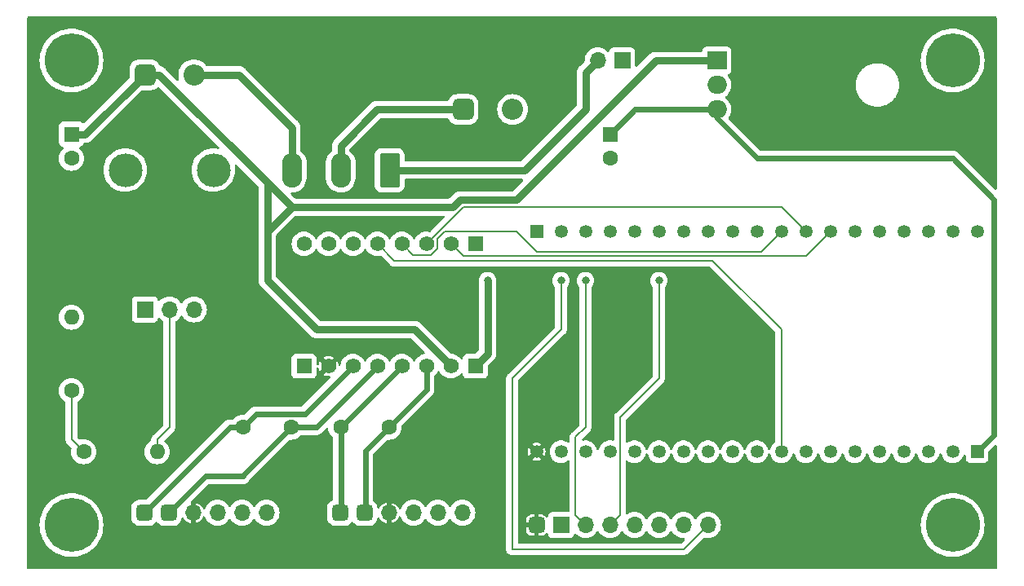
<source format=gtl>
G04 #@! TF.GenerationSoftware,KiCad,Pcbnew,7.0.1*
G04 #@! TF.CreationDate,2023-04-20T15:53:33+01:00*
G04 #@! TF.ProjectId,SelfBalancingRobot,53656c66-4261-46c6-916e-63696e67526f,rev?*
G04 #@! TF.SameCoordinates,Original*
G04 #@! TF.FileFunction,Copper,L1,Top*
G04 #@! TF.FilePolarity,Positive*
%FSLAX46Y46*%
G04 Gerber Fmt 4.6, Leading zero omitted, Abs format (unit mm)*
G04 Created by KiCad (PCBNEW 7.0.1) date 2023-04-20 15:53:33*
%MOMM*%
%LPD*%
G01*
G04 APERTURE LIST*
G04 Aperture macros list*
%AMRoundRect*
0 Rectangle with rounded corners*
0 $1 Rounding radius*
0 $2 $3 $4 $5 $6 $7 $8 $9 X,Y pos of 4 corners*
0 Add a 4 corners polygon primitive as box body*
4,1,4,$2,$3,$4,$5,$6,$7,$8,$9,$2,$3,0*
0 Add four circle primitives for the rounded corners*
1,1,$1+$1,$2,$3*
1,1,$1+$1,$4,$5*
1,1,$1+$1,$6,$7*
1,1,$1+$1,$8,$9*
0 Add four rect primitives between the rounded corners*
20,1,$1+$1,$2,$3,$4,$5,0*
20,1,$1+$1,$4,$5,$6,$7,0*
20,1,$1+$1,$6,$7,$8,$9,0*
20,1,$1+$1,$8,$9,$2,$3,0*%
G04 Aperture macros list end*
G04 #@! TA.AperFunction,ComponentPad*
%ADD10O,3.500000X3.500000*%
G04 #@! TD*
G04 #@! TA.AperFunction,ComponentPad*
%ADD11R,1.700000X1.700000*%
G04 #@! TD*
G04 #@! TA.AperFunction,ComponentPad*
%ADD12O,1.700000X1.700000*%
G04 #@! TD*
G04 #@! TA.AperFunction,ComponentPad*
%ADD13O,2.200000X2.200000*%
G04 #@! TD*
G04 #@! TA.AperFunction,ComponentPad*
%ADD14RoundRect,0.550000X0.550000X-0.550000X0.550000X0.550000X-0.550000X0.550000X-0.550000X-0.550000X0*%
G04 #@! TD*
G04 #@! TA.AperFunction,ComponentPad*
%ADD15RoundRect,0.550000X-0.550000X0.550000X-0.550000X-0.550000X0.550000X-0.550000X0.550000X0.550000X0*%
G04 #@! TD*
G04 #@! TA.AperFunction,ComponentPad*
%ADD16RoundRect,0.249999X0.790001X1.550001X-0.790001X1.550001X-0.790001X-1.550001X0.790001X-1.550001X0*%
G04 #@! TD*
G04 #@! TA.AperFunction,ComponentPad*
%ADD17O,2.080000X3.600000*%
G04 #@! TD*
G04 #@! TA.AperFunction,ComponentPad*
%ADD18O,1.600000X1.600000*%
G04 #@! TD*
G04 #@! TA.AperFunction,ComponentPad*
%ADD19C,1.600000*%
G04 #@! TD*
G04 #@! TA.AperFunction,ComponentPad*
%ADD20R,2.000000X1.905000*%
G04 #@! TD*
G04 #@! TA.AperFunction,ComponentPad*
%ADD21O,2.000000X1.905000*%
G04 #@! TD*
G04 #@! TA.AperFunction,ComponentPad*
%ADD22C,3.600000*%
G04 #@! TD*
G04 #@! TA.AperFunction,ConnectorPad*
%ADD23C,5.600000*%
G04 #@! TD*
G04 #@! TA.AperFunction,ComponentPad*
%ADD24R,1.600000X1.600000*%
G04 #@! TD*
G04 #@! TA.AperFunction,ComponentPad*
%ADD25RoundRect,0.425000X0.425000X-0.425000X0.425000X0.425000X-0.425000X0.425000X-0.425000X-0.425000X0*%
G04 #@! TD*
G04 #@! TA.AperFunction,ComponentPad*
%ADD26R,1.560000X1.560000*%
G04 #@! TD*
G04 #@! TA.AperFunction,ComponentPad*
%ADD27C,1.560000*%
G04 #@! TD*
G04 #@! TA.AperFunction,ComponentPad*
%ADD28R,1.350000X1.350000*%
G04 #@! TD*
G04 #@! TA.AperFunction,ComponentPad*
%ADD29C,1.350000*%
G04 #@! TD*
G04 #@! TA.AperFunction,ViaPad*
%ADD30C,0.800000*%
G04 #@! TD*
G04 #@! TA.AperFunction,Conductor*
%ADD31C,0.600000*%
G04 #@! TD*
G04 #@! TA.AperFunction,Conductor*
%ADD32C,0.800000*%
G04 #@! TD*
G04 #@! TA.AperFunction,Conductor*
%ADD33C,0.200000*%
G04 #@! TD*
G04 APERTURE END LIST*
D10*
X112268000Y-85042000D03*
X121412000Y-85042000D03*
D11*
X114300000Y-99520000D03*
D12*
X116840000Y-99520000D03*
X119380000Y-99520000D03*
D13*
X119380000Y-75136000D03*
D14*
X114300000Y-75136000D03*
D13*
X152460000Y-78740000D03*
D15*
X147320000Y-78740000D03*
D11*
X163830000Y-73660000D03*
D12*
X161290000Y-73660000D03*
D16*
X139700000Y-85057500D03*
D17*
X134620000Y-85057500D03*
X129540000Y-85057500D03*
D18*
X106680000Y-100330000D03*
D19*
X106680000Y-107950000D03*
X107950000Y-114300000D03*
D18*
X115570000Y-114300000D03*
D20*
X173650000Y-73660000D03*
D21*
X173650000Y-76200000D03*
X173650000Y-78740000D03*
D22*
X106680000Y-121920000D03*
D23*
X106680000Y-121920000D03*
D24*
X106680000Y-81320000D03*
D19*
X106680000Y-83820000D03*
D22*
X198120000Y-73660000D03*
D23*
X198120000Y-73660000D03*
D25*
X134540000Y-120650000D03*
X137080000Y-120650000D03*
D12*
X139620000Y-120650000D03*
X142160000Y-120650000D03*
X144700000Y-120650000D03*
X147240000Y-120650000D03*
D26*
X130810000Y-105410000D03*
D27*
X133350000Y-105410000D03*
X135890000Y-105410000D03*
X138430000Y-105410000D03*
X140970000Y-105410000D03*
X143510000Y-105410000D03*
X146050000Y-105410000D03*
D26*
X148590000Y-105410000D03*
X148590000Y-92710000D03*
D27*
X146050000Y-92710000D03*
X143510000Y-92710000D03*
X140970000Y-92710000D03*
X138430000Y-92710000D03*
X135890000Y-92710000D03*
X133350000Y-92710000D03*
X130810000Y-92710000D03*
D19*
X124460000Y-111760000D03*
X129460000Y-111760000D03*
D22*
X198120000Y-121920000D03*
D23*
X198120000Y-121920000D03*
D19*
X134620000Y-111760000D03*
X139620000Y-111760000D03*
D25*
X114220000Y-120650000D03*
X116760000Y-120650000D03*
D12*
X119300000Y-120650000D03*
X121840000Y-120650000D03*
X124380000Y-120650000D03*
X126920000Y-120650000D03*
X170180000Y-121920000D03*
D11*
X157480000Y-121920000D03*
D12*
X172720000Y-121920000D03*
X160020000Y-121920000D03*
X162560000Y-121920000D03*
D25*
X154940000Y-121920000D03*
D12*
X167640000Y-121920000D03*
X165100000Y-121920000D03*
D22*
X106680000Y-73660000D03*
D23*
X106680000Y-73660000D03*
D28*
X154940000Y-91440000D03*
D29*
X157480000Y-91440000D03*
X160020000Y-91440000D03*
X162560000Y-91440000D03*
X165100000Y-91440000D03*
X167640000Y-91440000D03*
X170180000Y-91440000D03*
X172720000Y-91440000D03*
X175260000Y-91440000D03*
X177800000Y-91440000D03*
X180340000Y-91440000D03*
X182880000Y-91440000D03*
X185420000Y-91440000D03*
X187960000Y-91440000D03*
X190500000Y-91440000D03*
X193040000Y-91440000D03*
X195580000Y-91440000D03*
X198120000Y-91440000D03*
X200660000Y-91440000D03*
D28*
X200660000Y-114300000D03*
D29*
X198120000Y-114300000D03*
X195580000Y-114300000D03*
X193040000Y-114300000D03*
X190500000Y-114300000D03*
X187960000Y-114300000D03*
X185420000Y-114300000D03*
X182880000Y-114300000D03*
X180340000Y-114300000D03*
X177800000Y-114300000D03*
X175260000Y-114300000D03*
X172720000Y-114300000D03*
X170180000Y-114300000D03*
X167640000Y-114300000D03*
X165100000Y-114300000D03*
X162560000Y-114300000D03*
X160020000Y-114300000D03*
X157480000Y-114300000D03*
X154940000Y-114300000D03*
D24*
X162560000Y-81320000D03*
D19*
X162560000Y-83820000D03*
D30*
X149860000Y-96520000D03*
X167640000Y-96520000D03*
X160020000Y-96520000D03*
X157480000Y-96520000D03*
D31*
X114220000Y-120650000D02*
X123110000Y-111760000D01*
X123110000Y-111760000D02*
X124460000Y-111760000D01*
D32*
X149860000Y-104140000D02*
X149860000Y-96520000D01*
X148590000Y-105410000D02*
X149860000Y-104140000D01*
X127000000Y-96520000D02*
X127000000Y-91440000D01*
X127000000Y-91440000D02*
X127000000Y-86360000D01*
X129540000Y-88900000D02*
X127000000Y-91440000D01*
X161290000Y-73660000D02*
X160020000Y-74930000D01*
X160020000Y-74930000D02*
X160020000Y-78740000D01*
X160020000Y-78740000D02*
X153702500Y-85057500D01*
X153702500Y-85057500D02*
X139700000Y-85057500D01*
X147320000Y-78740000D02*
X138397500Y-78740000D01*
X138397500Y-78740000D02*
X134620000Y-82517500D01*
X134620000Y-82517500D02*
X134620000Y-85057500D01*
X119380000Y-75136000D02*
X124047250Y-75136000D01*
X124047250Y-75136000D02*
X129540000Y-80628750D01*
X129540000Y-80628750D02*
X129540000Y-85057500D01*
X173650000Y-73660000D02*
X167312000Y-73660000D01*
X129540000Y-88900000D02*
X127000000Y-86360000D01*
X167312000Y-73660000D02*
X152826000Y-88146000D01*
X152826000Y-88146000D02*
X147007682Y-88146000D01*
X147007682Y-88146000D02*
X146253682Y-88900000D01*
X146253682Y-88900000D02*
X129540000Y-88900000D01*
D33*
X143510000Y-92710000D02*
X147320000Y-88900000D01*
X147320000Y-88900000D02*
X180340000Y-88900000D01*
X180340000Y-88900000D02*
X182880000Y-91440000D01*
X140970000Y-92710000D02*
X142104000Y-93844000D01*
X142104000Y-93844000D02*
X143979719Y-93844000D01*
X143979719Y-93844000D02*
X144644000Y-93179719D01*
X154968000Y-93526000D02*
X178254000Y-93526000D01*
X144644000Y-93179719D02*
X144644000Y-92218052D01*
X145422052Y-91440000D02*
X152882000Y-91440000D01*
X152882000Y-91440000D02*
X154968000Y-93526000D01*
X144644000Y-92218052D02*
X145422052Y-91440000D01*
X178254000Y-93526000D02*
X180340000Y-91440000D01*
X167640000Y-106680000D02*
X167640000Y-96520000D01*
X162560000Y-121920000D02*
X163589000Y-120891000D01*
X163589000Y-120891000D02*
X163589000Y-110731000D01*
X163589000Y-110731000D02*
X167640000Y-106680000D01*
X158991000Y-112789000D02*
X160020000Y-111760000D01*
X158991000Y-120891000D02*
X158991000Y-112789000D01*
X160020000Y-121920000D02*
X158991000Y-120891000D01*
X160020000Y-111760000D02*
X160020000Y-96520000D01*
X157480000Y-101600000D02*
X152400000Y-106680000D01*
X152400000Y-106680000D02*
X152400000Y-124460000D01*
X157480000Y-96520000D02*
X157480000Y-101600000D01*
X152400000Y-124460000D02*
X170180000Y-124460000D01*
X170180000Y-124460000D02*
X172720000Y-121920000D01*
X138430000Y-92710000D02*
X140154000Y-94434000D01*
X140154000Y-94434000D02*
X173174000Y-94434000D01*
X173174000Y-94434000D02*
X180340000Y-101600000D01*
X180340000Y-101600000D02*
X180340000Y-114300000D01*
X146050000Y-92710000D02*
X147320000Y-93980000D01*
X147320000Y-93980000D02*
X182880000Y-93980000D01*
X182880000Y-93980000D02*
X185420000Y-91440000D01*
X115570000Y-113030000D02*
X116840000Y-111760000D01*
X115570000Y-114300000D02*
X115570000Y-113030000D01*
X116840000Y-111760000D02*
X116840000Y-99520000D01*
X106680000Y-107950000D02*
X106680000Y-113030000D01*
X106680000Y-113030000D02*
X107950000Y-114300000D01*
D32*
X146050000Y-105410000D02*
X142240000Y-101600000D01*
X142240000Y-101600000D02*
X132080000Y-101600000D01*
X132080000Y-101600000D02*
X127000000Y-96520000D01*
D31*
X139620000Y-111760000D02*
X137160000Y-114220000D01*
X137160000Y-114220000D02*
X137160000Y-120570000D01*
X137160000Y-120570000D02*
X137080000Y-120650000D01*
X134620000Y-111760000D02*
X134620000Y-120570000D01*
X134620000Y-120570000D02*
X134540000Y-120650000D01*
X140970000Y-105410000D02*
X134620000Y-111760000D01*
X124460000Y-116760000D02*
X124460000Y-116840000D01*
X129460000Y-111760000D02*
X124460000Y-116760000D01*
X124460000Y-116840000D02*
X120570000Y-116840000D01*
X120570000Y-116840000D02*
X116760000Y-120650000D01*
X135890000Y-105410000D02*
X130894000Y-110406000D01*
X130894000Y-110406000D02*
X125814000Y-110406000D01*
X125814000Y-110406000D02*
X124460000Y-111760000D01*
X138430000Y-105410000D02*
X132080000Y-111760000D01*
X132080000Y-111760000D02*
X129460000Y-111760000D01*
X143510000Y-105410000D02*
X143510000Y-107870000D01*
X143510000Y-107870000D02*
X139620000Y-111760000D01*
D32*
X127000000Y-86360000D02*
X115776000Y-75136000D01*
X115776000Y-75136000D02*
X114300000Y-75136000D01*
X114300000Y-75136000D02*
X108116000Y-81320000D01*
X108116000Y-81320000D02*
X106680000Y-81320000D01*
D31*
X200660000Y-114300000D02*
X202400000Y-112560000D01*
X202400000Y-112560000D02*
X202400000Y-88100000D01*
X202400000Y-88100000D02*
X198120000Y-83820000D01*
X198120000Y-83820000D02*
X177800000Y-83820000D01*
X177800000Y-83820000D02*
X173650000Y-79670000D01*
X173650000Y-79670000D02*
X173650000Y-78740000D01*
X173650000Y-78740000D02*
X165140000Y-78740000D01*
X165140000Y-78740000D02*
X162560000Y-81320000D01*
G04 #@! TA.AperFunction,Conductor*
G36*
X202637500Y-69097113D02*
G01*
X202682887Y-69142500D01*
X202699500Y-69204500D01*
X202699500Y-86968060D01*
X202685985Y-87024355D01*
X202648385Y-87068378D01*
X202594898Y-87090533D01*
X202537182Y-87085991D01*
X202487819Y-87055741D01*
X198622262Y-83190184D01*
X198589850Y-83169818D01*
X198578510Y-83161772D01*
X198548586Y-83137908D01*
X198514095Y-83121298D01*
X198501933Y-83114576D01*
X198479275Y-83100339D01*
X198469520Y-83094209D01*
X198433398Y-83081570D01*
X198420553Y-83076250D01*
X198386058Y-83059638D01*
X198348736Y-83051119D01*
X198335380Y-83047272D01*
X198299252Y-83034631D01*
X198261219Y-83030345D01*
X198247518Y-83028017D01*
X198210196Y-83019500D01*
X198210194Y-83019500D01*
X198164954Y-83019500D01*
X178182940Y-83019500D01*
X178135487Y-83010061D01*
X178095259Y-82983181D01*
X174877962Y-79765884D01*
X174847297Y-79715219D01*
X174843627Y-79656110D01*
X174867788Y-79602042D01*
X174918072Y-79537439D01*
X175032679Y-79325664D01*
X175110866Y-79097913D01*
X175150500Y-78860399D01*
X175150500Y-78619601D01*
X175110866Y-78382087D01*
X175032679Y-78154336D01*
X174918072Y-77942561D01*
X174770171Y-77752537D01*
X174593010Y-77589449D01*
X174593005Y-77589446D01*
X174569068Y-77573806D01*
X174527836Y-77529014D01*
X174512892Y-77469996D01*
X174527839Y-77410979D01*
X174569071Y-77366190D01*
X174593010Y-77350551D01*
X174770171Y-77187463D01*
X174918072Y-76997439D01*
X175032679Y-76785664D01*
X175110866Y-76557913D01*
X175150500Y-76320399D01*
X175150500Y-76199999D01*
X188054671Y-76199999D01*
X188056635Y-76229969D01*
X188056831Y-76242218D01*
X188055723Y-76275372D01*
X188066664Y-76384136D01*
X188067021Y-76388436D01*
X188073965Y-76494381D01*
X188080469Y-76527083D01*
X188082228Y-76538852D01*
X188085882Y-76575164D01*
X188110457Y-76678287D01*
X188111452Y-76682841D01*
X188131518Y-76783719D01*
X188143301Y-76818433D01*
X188146502Y-76829539D01*
X188155731Y-76868261D01*
X188166712Y-76896772D01*
X188192644Y-76964106D01*
X188194346Y-76968806D01*
X188226347Y-77063075D01*
X188226349Y-77063079D01*
X188244022Y-77098917D01*
X188248522Y-77109190D01*
X188264022Y-77149432D01*
X188311787Y-77236594D01*
X188314249Y-77241325D01*
X188356828Y-77327665D01*
X188356829Y-77327667D01*
X188356830Y-77327668D01*
X188380870Y-77363648D01*
X188386506Y-77372941D01*
X188408823Y-77413662D01*
X188465826Y-77491028D01*
X188469099Y-77495691D01*
X188520726Y-77572956D01*
X188551445Y-77607985D01*
X188558044Y-77616188D01*
X188587552Y-77656237D01*
X188652064Y-77722942D01*
X188656156Y-77727385D01*
X188682304Y-77757200D01*
X188715242Y-77794758D01*
X188752756Y-77827657D01*
X188760128Y-77834679D01*
X188777711Y-77852859D01*
X188797020Y-77872824D01*
X188867241Y-77928276D01*
X188872148Y-77932360D01*
X188937043Y-77989273D01*
X188969768Y-78011139D01*
X188981290Y-78018838D01*
X188989247Y-78024624D01*
X189033485Y-78059558D01*
X189107610Y-78103462D01*
X189113308Y-78107050D01*
X189165875Y-78142174D01*
X189182335Y-78153172D01*
X189233051Y-78178182D01*
X189241381Y-78182695D01*
X189292730Y-78213109D01*
X189318750Y-78224142D01*
X189369009Y-78245455D01*
X189375437Y-78248399D01*
X189446923Y-78283652D01*
X189503611Y-78302895D01*
X189512134Y-78306144D01*
X189570128Y-78330736D01*
X189643156Y-78350740D01*
X189646832Y-78351747D01*
X189653916Y-78353916D01*
X189726278Y-78378481D01*
X189788232Y-78390804D01*
X189796786Y-78392824D01*
X189860729Y-78410340D01*
X189936297Y-78420502D01*
X189943939Y-78421775D01*
X190015620Y-78436034D01*
X190081972Y-78440382D01*
X190090342Y-78441219D01*
X190150823Y-78449353D01*
X190159346Y-78450500D01*
X190159347Y-78450500D01*
X190232273Y-78450500D01*
X190240382Y-78450765D01*
X190310000Y-78455329D01*
X190379617Y-78450765D01*
X190382858Y-78450659D01*
X190385233Y-78450500D01*
X190385244Y-78450500D01*
X190458670Y-78445584D01*
X190458843Y-78445609D01*
X190458841Y-78445574D01*
X190579742Y-78437648D01*
X190604380Y-78436034D01*
X190604381Y-78436033D01*
X190609091Y-78435725D01*
X190610629Y-78435412D01*
X190610634Y-78435412D01*
X190753658Y-78406341D01*
X190893722Y-78378481D01*
X190893727Y-78378479D01*
X190896644Y-78377899D01*
X190905879Y-78375403D01*
X190905893Y-78375397D01*
X190905903Y-78375396D01*
X191040580Y-78328630D01*
X191041251Y-78328401D01*
X191112076Y-78304359D01*
X191173077Y-78283652D01*
X191173219Y-78283581D01*
X191187412Y-78277644D01*
X191190537Y-78276560D01*
X191314815Y-78213758D01*
X191315645Y-78213344D01*
X191437665Y-78153172D01*
X191440567Y-78151232D01*
X191453530Y-78143663D01*
X191459459Y-78140668D01*
X191571531Y-78063734D01*
X191572650Y-78062977D01*
X191682957Y-77989273D01*
X191688069Y-77984788D01*
X191699660Y-77975778D01*
X191707869Y-77970144D01*
X191806204Y-77881203D01*
X191807489Y-77880059D01*
X191904758Y-77794758D01*
X191911434Y-77787144D01*
X191921493Y-77776931D01*
X191924786Y-77773953D01*
X191931333Y-77768032D01*
X192014806Y-77669298D01*
X192016039Y-77667864D01*
X192099273Y-77572957D01*
X192106748Y-77561768D01*
X192115144Y-77550618D01*
X192125865Y-77537939D01*
X192193612Y-77431814D01*
X192194944Y-77429774D01*
X192263172Y-77327665D01*
X192270589Y-77312622D01*
X192277284Y-77300744D01*
X192287991Y-77283973D01*
X192287990Y-77283973D01*
X192287993Y-77283970D01*
X192339611Y-77172733D01*
X192340806Y-77170236D01*
X192393652Y-77063077D01*
X192400108Y-77044056D01*
X192405047Y-77031724D01*
X192414823Y-77010658D01*
X192450155Y-76896754D01*
X192451164Y-76893651D01*
X192488481Y-76783722D01*
X192493046Y-76760768D01*
X192496228Y-76748229D01*
X192504093Y-76722879D01*
X192523383Y-76608516D01*
X192524023Y-76605033D01*
X192546034Y-76494380D01*
X192547781Y-76467708D01*
X192549240Y-76455222D01*
X192554209Y-76425770D01*
X192557973Y-76313173D01*
X192558169Y-76309227D01*
X192560389Y-76275369D01*
X192565329Y-76200000D01*
X192563363Y-76170022D01*
X192563167Y-76157803D01*
X192564277Y-76124631D01*
X192553336Y-76015880D01*
X192552980Y-76011584D01*
X192546034Y-75905624D01*
X192546034Y-75905623D01*
X192546034Y-75905620D01*
X192539528Y-75872912D01*
X192537770Y-75861143D01*
X192534118Y-75824842D01*
X192534118Y-75824838D01*
X192509532Y-75721675D01*
X192508556Y-75717210D01*
X192488481Y-75616278D01*
X192476695Y-75581559D01*
X192473496Y-75570456D01*
X192464269Y-75531739D01*
X192451783Y-75499319D01*
X192427351Y-75435884D01*
X192425655Y-75431200D01*
X192393652Y-75336923D01*
X192375969Y-75301065D01*
X192371476Y-75290808D01*
X192355977Y-75250566D01*
X192308196Y-75163378D01*
X192305747Y-75158671D01*
X192263172Y-75072336D01*
X192239120Y-75036341D01*
X192233503Y-75027081D01*
X192211175Y-74986335D01*
X192154169Y-74908966D01*
X192150897Y-74904304D01*
X192126335Y-74867545D01*
X192099273Y-74827043D01*
X192068553Y-74792013D01*
X192061953Y-74783809D01*
X192032446Y-74743762D01*
X191967934Y-74677056D01*
X191963842Y-74672613D01*
X191920378Y-74623053D01*
X191904758Y-74605242D01*
X191880403Y-74583883D01*
X191867236Y-74572335D01*
X191859865Y-74565314D01*
X191822980Y-74527176D01*
X191752768Y-74471731D01*
X191747857Y-74467643D01*
X191693600Y-74420061D01*
X191682957Y-74410727D01*
X191682953Y-74410724D01*
X191638701Y-74381154D01*
X191630746Y-74375370D01*
X191586517Y-74340443D01*
X191533127Y-74308820D01*
X191512384Y-74296534D01*
X191506690Y-74292948D01*
X191437668Y-74246829D01*
X191386949Y-74221816D01*
X191378604Y-74217295D01*
X191327272Y-74186891D01*
X191266754Y-74161229D01*
X191250997Y-74154548D01*
X191244570Y-74151603D01*
X191173082Y-74116349D01*
X191116409Y-74097111D01*
X191107862Y-74093853D01*
X191049874Y-74069265D01*
X191049875Y-74069265D01*
X191049872Y-74069264D01*
X191012862Y-74059126D01*
X190973154Y-74048248D01*
X190966057Y-74046073D01*
X190893720Y-74021518D01*
X190831777Y-74009197D01*
X190823212Y-74007175D01*
X190795376Y-73999550D01*
X190759269Y-73989659D01*
X190683717Y-73979497D01*
X190676058Y-73978222D01*
X190604375Y-73963965D01*
X190538070Y-73959619D01*
X190529654Y-73958779D01*
X190460653Y-73949500D01*
X190387727Y-73949500D01*
X190379617Y-73949234D01*
X190376578Y-73949034D01*
X190310000Y-73944670D01*
X190243421Y-73949034D01*
X190240382Y-73949234D01*
X190237136Y-73949340D01*
X190161157Y-73954426D01*
X190160987Y-73954437D01*
X190010913Y-73964274D01*
X190009369Y-73964587D01*
X190009366Y-73964588D01*
X189866594Y-73993606D01*
X189866146Y-73993696D01*
X189723402Y-74022090D01*
X189714107Y-74024602D01*
X189714096Y-74024604D01*
X189579651Y-74071287D01*
X189578837Y-74071567D01*
X189446916Y-74116350D01*
X189446755Y-74116430D01*
X189432619Y-74122343D01*
X189429465Y-74123438D01*
X189305241Y-74186210D01*
X189304162Y-74186749D01*
X189182326Y-74246833D01*
X189179419Y-74248775D01*
X189166483Y-74256328D01*
X189160543Y-74259330D01*
X189048584Y-74336185D01*
X189047298Y-74337056D01*
X188937044Y-74410725D01*
X188931923Y-74415217D01*
X188920348Y-74424215D01*
X188912129Y-74429857D01*
X188813881Y-74518716D01*
X188812465Y-74519977D01*
X188715240Y-74605243D01*
X188708557Y-74612863D01*
X188698522Y-74623053D01*
X188688665Y-74631969D01*
X188605299Y-74730574D01*
X188603836Y-74732274D01*
X188520726Y-74827043D01*
X188513250Y-74838231D01*
X188504850Y-74849386D01*
X188494136Y-74862058D01*
X188426420Y-74968132D01*
X188425005Y-74970297D01*
X188356828Y-75072334D01*
X188349414Y-75087368D01*
X188342725Y-75099238D01*
X188332008Y-75116026D01*
X188280412Y-75227212D01*
X188279146Y-75229858D01*
X188226347Y-75336925D01*
X188219890Y-75355944D01*
X188214954Y-75368270D01*
X188205178Y-75389337D01*
X188190732Y-75435908D01*
X188169841Y-75503250D01*
X188168839Y-75506334D01*
X188131519Y-75616273D01*
X188126952Y-75639234D01*
X188123768Y-75651776D01*
X188115906Y-75677120D01*
X188096622Y-75791434D01*
X188095968Y-75794996D01*
X188073965Y-75905623D01*
X188072218Y-75932273D01*
X188070758Y-75944780D01*
X188065791Y-75974230D01*
X188062027Y-76086779D01*
X188061831Y-76090742D01*
X188054671Y-76199999D01*
X175150500Y-76199999D01*
X175150500Y-76079601D01*
X175110866Y-75842087D01*
X175032679Y-75614336D01*
X174918072Y-75402561D01*
X174807165Y-75260067D01*
X174783312Y-75207641D01*
X174785720Y-75150091D01*
X174813870Y-75099838D01*
X174861685Y-75067726D01*
X174892331Y-75056296D01*
X175007546Y-74970046D01*
X175093796Y-74854831D01*
X175144091Y-74719983D01*
X175150500Y-74660373D01*
X175150499Y-73659999D01*
X194814652Y-73659999D01*
X194834027Y-74017364D01*
X194834027Y-74017369D01*
X194834028Y-74017371D01*
X194860150Y-74176709D01*
X194891930Y-74370559D01*
X194987674Y-74715401D01*
X195120146Y-75047881D01*
X195283473Y-75355944D01*
X195287789Y-75364085D01*
X195384236Y-75506334D01*
X195488636Y-75660313D01*
X195720332Y-75933086D01*
X195980161Y-76179210D01*
X196166928Y-76321186D01*
X196265081Y-76395800D01*
X196571747Y-76580315D01*
X196896565Y-76730591D01*
X197235726Y-76844868D01*
X197585254Y-76921805D01*
X197906151Y-76956704D01*
X197941051Y-76960500D01*
X197941052Y-76960500D01*
X198298948Y-76960500D01*
X198298949Y-76960500D01*
X198330730Y-76957043D01*
X198654746Y-76921805D01*
X199004274Y-76844868D01*
X199343435Y-76730591D01*
X199668253Y-76580315D01*
X199974919Y-76395800D01*
X200259837Y-76179211D01*
X200519668Y-75933086D01*
X200751365Y-75660311D01*
X200952211Y-75364085D01*
X201058618Y-75163381D01*
X201119853Y-75047881D01*
X201252325Y-74715401D01*
X201348069Y-74370559D01*
X201348068Y-74370559D01*
X201348071Y-74370552D01*
X201405972Y-74017371D01*
X201425348Y-73660000D01*
X201405972Y-73302629D01*
X201348071Y-72949448D01*
X201340021Y-72920454D01*
X201252325Y-72604598D01*
X201119853Y-72272118D01*
X200952213Y-71955919D01*
X200952211Y-71955915D01*
X200751365Y-71659689D01*
X200751363Y-71659686D01*
X200519667Y-71386913D01*
X200259838Y-71140789D01*
X199974918Y-70924199D01*
X199668250Y-70739683D01*
X199343439Y-70589411D01*
X199343440Y-70589411D01*
X199343435Y-70589409D01*
X199004274Y-70475132D01*
X199004273Y-70475131D01*
X199004271Y-70475131D01*
X198792189Y-70428448D01*
X198654746Y-70398195D01*
X198476847Y-70378847D01*
X198298949Y-70359500D01*
X198298948Y-70359500D01*
X197941052Y-70359500D01*
X197941051Y-70359500D01*
X197585254Y-70398195D01*
X197235728Y-70475131D01*
X197063283Y-70533234D01*
X196896565Y-70589409D01*
X196896562Y-70589410D01*
X196896560Y-70589411D01*
X196571749Y-70739683D01*
X196265081Y-70924199D01*
X195980161Y-71140789D01*
X195720332Y-71386913D01*
X195488636Y-71659686D01*
X195287786Y-71955919D01*
X195120146Y-72272118D01*
X194987674Y-72604598D01*
X194891930Y-72949440D01*
X194834027Y-73302635D01*
X194814652Y-73659999D01*
X175150499Y-73659999D01*
X175150499Y-72659628D01*
X175144091Y-72600017D01*
X175093796Y-72465169D01*
X175007546Y-72349954D01*
X174892331Y-72263704D01*
X174757483Y-72213409D01*
X174697873Y-72207000D01*
X174697869Y-72207000D01*
X172602130Y-72207000D01*
X172542515Y-72213409D01*
X172407669Y-72263704D01*
X172292454Y-72349954D01*
X172206204Y-72465168D01*
X172155907Y-72600020D01*
X172150668Y-72648755D01*
X172130069Y-72705003D01*
X172085506Y-72745032D01*
X172027379Y-72759500D01*
X167392626Y-72759500D01*
X167373228Y-72757973D01*
X167359388Y-72755781D01*
X167291664Y-72759330D01*
X167285175Y-72759500D01*
X167264802Y-72759500D01*
X167244554Y-72761627D01*
X167238091Y-72762136D01*
X167170352Y-72765687D01*
X167156805Y-72769316D01*
X167137689Y-72772859D01*
X167123743Y-72774325D01*
X167059241Y-72795283D01*
X167053020Y-72797126D01*
X166987510Y-72814680D01*
X166975016Y-72821046D01*
X166957056Y-72828485D01*
X166943718Y-72832819D01*
X166884996Y-72866722D01*
X166879295Y-72869818D01*
X166818847Y-72900618D01*
X166807952Y-72909441D01*
X166791929Y-72920454D01*
X166779785Y-72927466D01*
X166729396Y-72972836D01*
X166724465Y-72977047D01*
X166708626Y-72989873D01*
X166694202Y-73004297D01*
X166689498Y-73008760D01*
X166639110Y-73054130D01*
X166630872Y-73065468D01*
X166618238Y-73080260D01*
X165392180Y-74306319D01*
X165342817Y-74336569D01*
X165285101Y-74341111D01*
X165231614Y-74318956D01*
X165194014Y-74274933D01*
X165180499Y-74218638D01*
X165180499Y-72762130D01*
X165180499Y-72762127D01*
X165174091Y-72702517D01*
X165123796Y-72567669D01*
X165037546Y-72452454D01*
X164922331Y-72366204D01*
X164787483Y-72315909D01*
X164727873Y-72309500D01*
X164727869Y-72309500D01*
X162932130Y-72309500D01*
X162872515Y-72315909D01*
X162737669Y-72366204D01*
X162622454Y-72452454D01*
X162536204Y-72567669D01*
X162487189Y-72699083D01*
X162452209Y-72749462D01*
X162397365Y-72776915D01*
X162336072Y-72774726D01*
X162283326Y-72743430D01*
X162161404Y-72621508D01*
X162161401Y-72621505D01*
X161967830Y-72485965D01*
X161753663Y-72386097D01*
X161692502Y-72369709D01*
X161525407Y-72324936D01*
X161290000Y-72304340D01*
X161054592Y-72324936D01*
X160826336Y-72386097D01*
X160612170Y-72485965D01*
X160418598Y-72621505D01*
X160251505Y-72788598D01*
X160115965Y-72982170D01*
X160016097Y-73196336D01*
X159954936Y-73424592D01*
X159934340Y-73660002D01*
X159935910Y-73677951D01*
X159928903Y-73731167D01*
X159900063Y-73776436D01*
X159440264Y-74236235D01*
X159425472Y-74248869D01*
X159414130Y-74257110D01*
X159368751Y-74307508D01*
X159364288Y-74312212D01*
X159349874Y-74326626D01*
X159337058Y-74342451D01*
X159332852Y-74347376D01*
X159287466Y-74397784D01*
X159280458Y-74409922D01*
X159269442Y-74425950D01*
X159260619Y-74436845D01*
X159229818Y-74497295D01*
X159226722Y-74502996D01*
X159192822Y-74561713D01*
X159188488Y-74575052D01*
X159181044Y-74593022D01*
X159174680Y-74605512D01*
X159157126Y-74671017D01*
X159155284Y-74677234D01*
X159134325Y-74741743D01*
X159132860Y-74755686D01*
X159129315Y-74774814D01*
X159125686Y-74788355D01*
X159122136Y-74856091D01*
X159121627Y-74862554D01*
X159119500Y-74882802D01*
X159119500Y-74903174D01*
X159119329Y-74909663D01*
X159115781Y-74977388D01*
X159117197Y-74986331D01*
X159117973Y-74991227D01*
X159119500Y-75010626D01*
X159119500Y-78315639D01*
X159110061Y-78363092D01*
X159083181Y-78403320D01*
X153365820Y-84120681D01*
X153325592Y-84147561D01*
X153278139Y-84157000D01*
X141364500Y-84157000D01*
X141302500Y-84140387D01*
X141257113Y-84095000D01*
X141240500Y-84033000D01*
X141240500Y-83457490D01*
X141229999Y-83354701D01*
X141202805Y-83272636D01*
X141174814Y-83188165D01*
X141109066Y-83081570D01*
X141082711Y-83038842D01*
X140958657Y-82914788D01*
X140809335Y-82822686D01*
X140642798Y-82767500D01*
X140540010Y-82757000D01*
X138859990Y-82757000D01*
X138757201Y-82767500D01*
X138590664Y-82822686D01*
X138441342Y-82914788D01*
X138317288Y-83038842D01*
X138225186Y-83188164D01*
X138170000Y-83354701D01*
X138159500Y-83457490D01*
X138159500Y-86657510D01*
X138170000Y-86760298D01*
X138225186Y-86926835D01*
X138317288Y-87076157D01*
X138441342Y-87200211D01*
X138463362Y-87213793D01*
X138590665Y-87292314D01*
X138657582Y-87314488D01*
X138757201Y-87347499D01*
X138859990Y-87358000D01*
X140540010Y-87358000D01*
X140642798Y-87347499D01*
X140642798Y-87347498D01*
X140809335Y-87292314D01*
X140958656Y-87200212D01*
X141082712Y-87076156D01*
X141174814Y-86926835D01*
X141229999Y-86760298D01*
X141240500Y-86657510D01*
X141240500Y-86082000D01*
X141257113Y-86020000D01*
X141302500Y-85974613D01*
X141364500Y-85958000D01*
X153441139Y-85958000D01*
X153497434Y-85971515D01*
X153541457Y-86009115D01*
X153563612Y-86062602D01*
X153559070Y-86120318D01*
X153528820Y-86169681D01*
X152489320Y-87209181D01*
X152449092Y-87236061D01*
X152401639Y-87245500D01*
X147088308Y-87245500D01*
X147068910Y-87243973D01*
X147055070Y-87241781D01*
X146987345Y-87245330D01*
X146980856Y-87245500D01*
X146960484Y-87245500D01*
X146940236Y-87247627D01*
X146933773Y-87248136D01*
X146866037Y-87251686D01*
X146852496Y-87255315D01*
X146833368Y-87258860D01*
X146819425Y-87260325D01*
X146754916Y-87281284D01*
X146748699Y-87283126D01*
X146683194Y-87300680D01*
X146670704Y-87307044D01*
X146652737Y-87314486D01*
X146639398Y-87318821D01*
X146639395Y-87318822D01*
X146580678Y-87352722D01*
X146574977Y-87355818D01*
X146514527Y-87386619D01*
X146503632Y-87395442D01*
X146487604Y-87406458D01*
X146475466Y-87413466D01*
X146425058Y-87458852D01*
X146420133Y-87463058D01*
X146404308Y-87475874D01*
X146389894Y-87490288D01*
X146385190Y-87494751D01*
X146334792Y-87540130D01*
X146326551Y-87551472D01*
X146313917Y-87566264D01*
X145917002Y-87963181D01*
X145876774Y-87990061D01*
X145829321Y-87999500D01*
X129964361Y-87999500D01*
X129916908Y-87990061D01*
X129876680Y-87963181D01*
X129485884Y-87572385D01*
X129455329Y-87522070D01*
X129451420Y-87463334D01*
X129475039Y-87409414D01*
X129520861Y-87372462D01*
X129578560Y-87360805D01*
X129587081Y-87361148D01*
X129602229Y-87361759D01*
X129602229Y-87361758D01*
X129602231Y-87361759D01*
X129849142Y-87331778D01*
X130088046Y-87262579D01*
X130312756Y-87155953D01*
X130517452Y-87014661D01*
X130696832Y-86842364D01*
X130846251Y-86643523D01*
X130961839Y-86423289D01*
X131040602Y-86187365D01*
X131080500Y-85941862D01*
X131080500Y-85879585D01*
X133079500Y-85879585D01*
X133090835Y-86020000D01*
X133094502Y-86065417D01*
X133154025Y-86306912D01*
X133154026Y-86306914D01*
X133203608Y-86423289D01*
X133251519Y-86535739D01*
X133384449Y-86745950D01*
X133384452Y-86745954D01*
X133549386Y-86932127D01*
X133742049Y-87089431D01*
X133957451Y-87213793D01*
X134190012Y-87301992D01*
X134433709Y-87351743D01*
X134498470Y-87354353D01*
X134682227Y-87361759D01*
X134682227Y-87361758D01*
X134682231Y-87361759D01*
X134929142Y-87331778D01*
X135168046Y-87262579D01*
X135392756Y-87155953D01*
X135597452Y-87014661D01*
X135776832Y-86842364D01*
X135926251Y-86643523D01*
X136041839Y-86423289D01*
X136120602Y-86187365D01*
X136160500Y-85941862D01*
X136160500Y-84235415D01*
X136145498Y-84049582D01*
X136085974Y-83808086D01*
X135988483Y-83579265D01*
X135855548Y-83369046D01*
X135690614Y-83182873D01*
X135690612Y-83182871D01*
X135690611Y-83182870D01*
X135566077Y-83081192D01*
X135532472Y-83038299D01*
X135520500Y-82985141D01*
X135520500Y-82941861D01*
X135529939Y-82894408D01*
X135556819Y-82854180D01*
X138734181Y-79676819D01*
X138774409Y-79649939D01*
X138821862Y-79640500D01*
X145691874Y-79640500D01*
X145755623Y-79658142D01*
X145801231Y-79706046D01*
X145892315Y-79876450D01*
X145940354Y-79934986D01*
X146023589Y-80036410D01*
X146070471Y-80074884D01*
X146183550Y-80167685D01*
X146366046Y-80265232D01*
X146564066Y-80325300D01*
X146718392Y-80340500D01*
X147921607Y-80340500D01*
X147921608Y-80340500D01*
X148075934Y-80325300D01*
X148273954Y-80265232D01*
X148456450Y-80167685D01*
X148616410Y-80036410D01*
X148747685Y-79876450D01*
X148845232Y-79693954D01*
X148905300Y-79495934D01*
X148920500Y-79341608D01*
X148920500Y-78740000D01*
X150854551Y-78740000D01*
X150874317Y-78991149D01*
X150933126Y-79236110D01*
X150970219Y-79325659D01*
X151029534Y-79468859D01*
X151161164Y-79683659D01*
X151324776Y-79875224D01*
X151516341Y-80038836D01*
X151731141Y-80170466D01*
X151963889Y-80266873D01*
X152208852Y-80325683D01*
X152460000Y-80345449D01*
X152711148Y-80325683D01*
X152956111Y-80266873D01*
X153188859Y-80170466D01*
X153403659Y-80038836D01*
X153595224Y-79875224D01*
X153758836Y-79683659D01*
X153890466Y-79468859D01*
X153986873Y-79236111D01*
X154045683Y-78991148D01*
X154065449Y-78740000D01*
X154045683Y-78488852D01*
X153986873Y-78243889D01*
X153890466Y-78011141D01*
X153758836Y-77796341D01*
X153595224Y-77604776D01*
X153403659Y-77441164D01*
X153188859Y-77309534D01*
X153072484Y-77261330D01*
X152956110Y-77213126D01*
X152711149Y-77154317D01*
X152460000Y-77134551D01*
X152208850Y-77154317D01*
X151963889Y-77213126D01*
X151792858Y-77283970D01*
X151738452Y-77306506D01*
X151731139Y-77309535D01*
X151516342Y-77441163D01*
X151324776Y-77604776D01*
X151161163Y-77796342D01*
X151036809Y-77999269D01*
X151029534Y-78011141D01*
X151026346Y-78018838D01*
X150933126Y-78243889D01*
X150874317Y-78488850D01*
X150854551Y-78740000D01*
X148920500Y-78740000D01*
X148920500Y-78138392D01*
X148905300Y-77984066D01*
X148845232Y-77786046D01*
X148747685Y-77603550D01*
X148655341Y-77491028D01*
X148616410Y-77443589D01*
X148503041Y-77350551D01*
X148456450Y-77312315D01*
X148323666Y-77241340D01*
X148273956Y-77214769D01*
X148273955Y-77214768D01*
X148273954Y-77214768D01*
X148174943Y-77184733D01*
X148075932Y-77154699D01*
X147938467Y-77141160D01*
X147921608Y-77139500D01*
X146718392Y-77139500D01*
X146703192Y-77140996D01*
X146564067Y-77154699D01*
X146366043Y-77214769D01*
X146183551Y-77312314D01*
X146023589Y-77443589D01*
X145892314Y-77603551D01*
X145801232Y-77773953D01*
X145755623Y-77821858D01*
X145691874Y-77839500D01*
X138478126Y-77839500D01*
X138458728Y-77837973D01*
X138444888Y-77835781D01*
X138377164Y-77839330D01*
X138370675Y-77839500D01*
X138350302Y-77839500D01*
X138330054Y-77841627D01*
X138323591Y-77842136D01*
X138255852Y-77845687D01*
X138242305Y-77849316D01*
X138223189Y-77852859D01*
X138209243Y-77854325D01*
X138144741Y-77875283D01*
X138138520Y-77877126D01*
X138073010Y-77894680D01*
X138060516Y-77901046D01*
X138042556Y-77908485D01*
X138029218Y-77912819D01*
X137970496Y-77946722D01*
X137964795Y-77949818D01*
X137904347Y-77980618D01*
X137893452Y-77989441D01*
X137877429Y-78000454D01*
X137865285Y-78007466D01*
X137814896Y-78052836D01*
X137809965Y-78057047D01*
X137794126Y-78069873D01*
X137779702Y-78084297D01*
X137774998Y-78088760D01*
X137724610Y-78134130D01*
X137716372Y-78145468D01*
X137703738Y-78160260D01*
X134040264Y-81823735D01*
X134025472Y-81836369D01*
X134014130Y-81844610D01*
X133968751Y-81895008D01*
X133964288Y-81899712D01*
X133949874Y-81914126D01*
X133937058Y-81929951D01*
X133932852Y-81934876D01*
X133887466Y-81985284D01*
X133880458Y-81997422D01*
X133869442Y-82013450D01*
X133860619Y-82024345D01*
X133829818Y-82084795D01*
X133826722Y-82090496D01*
X133792822Y-82149213D01*
X133788488Y-82162552D01*
X133781044Y-82180519D01*
X133774679Y-82193012D01*
X133774680Y-82193012D01*
X133757126Y-82258517D01*
X133755284Y-82264734D01*
X133734325Y-82329243D01*
X133732860Y-82343186D01*
X133729315Y-82362314D01*
X133725686Y-82375855D01*
X133722136Y-82443591D01*
X133721627Y-82450054D01*
X133719500Y-82470302D01*
X133719500Y-82490674D01*
X133719330Y-82497163D01*
X133715781Y-82564888D01*
X133717973Y-82578727D01*
X133719500Y-82598126D01*
X133719500Y-82982143D01*
X133705296Y-83039769D01*
X133665940Y-83084192D01*
X133659226Y-83088827D01*
X133642546Y-83100339D01*
X133463168Y-83272635D01*
X133313747Y-83471479D01*
X133198162Y-83691706D01*
X133119397Y-83927639D01*
X133079500Y-84173137D01*
X133079500Y-84173138D01*
X133079500Y-85879585D01*
X131080500Y-85879585D01*
X131080500Y-84235415D01*
X131065498Y-84049582D01*
X131005974Y-83808086D01*
X130908483Y-83579265D01*
X130775548Y-83369046D01*
X130610614Y-83182873D01*
X130610612Y-83182871D01*
X130610611Y-83182870D01*
X130486077Y-83081192D01*
X130452472Y-83038299D01*
X130440500Y-82985141D01*
X130440500Y-80709376D01*
X130442027Y-80689977D01*
X130444219Y-80676138D01*
X130440670Y-80608414D01*
X130440500Y-80601925D01*
X130440500Y-80581554D01*
X130438371Y-80561302D01*
X130437862Y-80554848D01*
X130434313Y-80487105D01*
X130430681Y-80473553D01*
X130427139Y-80454440D01*
X130425674Y-80440494D01*
X130404704Y-80375957D01*
X130402871Y-80369766D01*
X130385320Y-80304262D01*
X130378958Y-80291776D01*
X130371511Y-80273799D01*
X130371016Y-80272278D01*
X130367179Y-80260466D01*
X130333273Y-80201739D01*
X130330174Y-80196032D01*
X130327430Y-80190647D01*
X130299384Y-80135601D01*
X130299383Y-80135599D01*
X130290562Y-80124707D01*
X130279537Y-80108666D01*
X130272533Y-80096534D01*
X130227160Y-80046142D01*
X130222946Y-80041208D01*
X130210119Y-80025369D01*
X130195715Y-80010965D01*
X130191247Y-80006257D01*
X130170469Y-79983181D01*
X130145871Y-79955862D01*
X130134526Y-79947619D01*
X130119736Y-79934986D01*
X124741014Y-74556265D01*
X124728375Y-74541467D01*
X124720138Y-74530129D01*
X124716858Y-74527176D01*
X124669732Y-74484743D01*
X124665023Y-74480274D01*
X124650632Y-74465883D01*
X124634806Y-74453066D01*
X124629876Y-74448855D01*
X124579465Y-74403466D01*
X124567326Y-74396458D01*
X124551293Y-74385439D01*
X124540399Y-74376617D01*
X124540397Y-74376616D01*
X124540396Y-74376615D01*
X124479963Y-74345823D01*
X124474258Y-74342725D01*
X124415533Y-74308820D01*
X124402203Y-74304489D01*
X124384224Y-74297042D01*
X124371737Y-74290679D01*
X124306226Y-74273125D01*
X124300004Y-74271282D01*
X124235504Y-74250325D01*
X124221565Y-74248860D01*
X124202437Y-74245315D01*
X124188895Y-74241686D01*
X124121159Y-74238136D01*
X124114695Y-74237627D01*
X124094448Y-74235500D01*
X124094442Y-74235500D01*
X124074076Y-74235500D01*
X124067587Y-74235330D01*
X124062625Y-74235069D01*
X123999862Y-74231781D01*
X123999861Y-74231781D01*
X123992326Y-74232974D01*
X123986021Y-74233973D01*
X123966624Y-74235500D01*
X120772862Y-74235500D01*
X120720948Y-74224110D01*
X120678572Y-74192032D01*
X120646560Y-74154551D01*
X120515224Y-74000776D01*
X120323659Y-73837164D01*
X120108859Y-73705534D01*
X119992485Y-73657330D01*
X119876110Y-73609126D01*
X119631149Y-73550317D01*
X119380000Y-73530551D01*
X119128850Y-73550317D01*
X118883889Y-73609126D01*
X118651139Y-73705535D01*
X118436342Y-73837163D01*
X118244776Y-74000776D01*
X118081163Y-74192342D01*
X117955268Y-74397784D01*
X117949534Y-74407141D01*
X117948049Y-74410727D01*
X117853126Y-74639889D01*
X117794317Y-74884850D01*
X117774551Y-75135999D01*
X117794317Y-75387149D01*
X117847640Y-75609258D01*
X117846142Y-75672800D01*
X117813359Y-75727253D01*
X117757903Y-75758309D01*
X117694346Y-75757810D01*
X117639385Y-75725886D01*
X116469764Y-74556265D01*
X116457125Y-74541467D01*
X116448888Y-74530129D01*
X116445608Y-74527176D01*
X116398482Y-74484743D01*
X116393773Y-74480274D01*
X116379382Y-74465883D01*
X116363556Y-74453066D01*
X116358626Y-74448855D01*
X116308215Y-74403466D01*
X116296076Y-74396458D01*
X116280043Y-74385439D01*
X116269149Y-74376617D01*
X116269147Y-74376616D01*
X116269146Y-74376615D01*
X116208713Y-74345823D01*
X116203008Y-74342725D01*
X116144283Y-74308820D01*
X116130953Y-74304489D01*
X116112974Y-74297042D01*
X116100487Y-74290679D01*
X116034976Y-74273125D01*
X116028754Y-74271282D01*
X115964254Y-74250325D01*
X115950315Y-74248860D01*
X115931187Y-74245315D01*
X115905058Y-74238314D01*
X115905719Y-74235846D01*
X115865224Y-74222907D01*
X115822379Y-74176709D01*
X115810535Y-74154551D01*
X115727685Y-73999550D01*
X115682647Y-73944671D01*
X115596410Y-73839589D01*
X115464295Y-73731167D01*
X115436450Y-73708315D01*
X115253954Y-73610768D01*
X115154943Y-73580733D01*
X115055932Y-73550699D01*
X114918467Y-73537160D01*
X114901608Y-73535500D01*
X113698392Y-73535500D01*
X113683192Y-73536996D01*
X113544067Y-73550699D01*
X113346043Y-73610769D01*
X113163551Y-73708314D01*
X113003589Y-73839589D01*
X112872314Y-73999551D01*
X112774769Y-74182043D01*
X112714699Y-74380067D01*
X112699500Y-74534393D01*
X112699500Y-75411638D01*
X112690061Y-75459091D01*
X112663181Y-75499319D01*
X108006453Y-80156045D01*
X107956528Y-80186476D01*
X107898209Y-80190647D01*
X107844461Y-80167631D01*
X107837546Y-80162455D01*
X107837546Y-80162454D01*
X107722331Y-80076204D01*
X107587483Y-80025909D01*
X107527873Y-80019500D01*
X107527869Y-80019500D01*
X105832130Y-80019500D01*
X105772515Y-80025909D01*
X105637669Y-80076204D01*
X105522454Y-80162454D01*
X105436204Y-80277668D01*
X105385909Y-80412516D01*
X105379500Y-80472130D01*
X105379500Y-82167869D01*
X105385558Y-82224219D01*
X105385909Y-82227483D01*
X105436204Y-82362331D01*
X105522454Y-82477546D01*
X105637669Y-82563796D01*
X105703553Y-82588369D01*
X105787110Y-82619534D01*
X105785953Y-82622633D01*
X105826092Y-82639047D01*
X105866091Y-82695036D01*
X105870083Y-82763730D01*
X105836838Y-82823975D01*
X105679950Y-82980863D01*
X105549432Y-83167264D01*
X105453261Y-83373502D01*
X105394364Y-83593310D01*
X105374531Y-83820000D01*
X105394364Y-84046689D01*
X105453261Y-84266497D01*
X105549432Y-84472735D01*
X105679953Y-84659140D01*
X105840859Y-84820046D01*
X106027264Y-84950567D01*
X106027265Y-84950567D01*
X106027266Y-84950568D01*
X106233504Y-85046739D01*
X106453308Y-85105635D01*
X106604435Y-85118856D01*
X106679999Y-85125468D01*
X106679999Y-85125467D01*
X106680000Y-85125468D01*
X106906692Y-85105635D01*
X107126496Y-85046739D01*
X107136659Y-85042000D01*
X110012671Y-85042000D01*
X110031966Y-85336386D01*
X110089518Y-85625719D01*
X110184347Y-85905077D01*
X110314827Y-86169664D01*
X110478726Y-86414957D01*
X110582358Y-86533125D01*
X110673242Y-86636758D01*
X110741570Y-86696680D01*
X110895042Y-86831273D01*
X111140335Y-86995172D01*
X111404922Y-87125652D01*
X111494180Y-87155951D01*
X111684278Y-87220481D01*
X111791362Y-87241781D01*
X111973613Y-87278033D01*
X111973615Y-87278033D01*
X111973620Y-87278034D01*
X112268000Y-87297329D01*
X112562380Y-87278034D01*
X112562384Y-87278033D01*
X112562386Y-87278033D01*
X112663898Y-87257841D01*
X112851722Y-87220481D01*
X113131077Y-87125652D01*
X113395665Y-86995172D01*
X113640957Y-86831273D01*
X113862758Y-86636758D01*
X114057273Y-86414957D01*
X114221172Y-86169665D01*
X114351652Y-85905077D01*
X114446481Y-85625722D01*
X114504034Y-85336380D01*
X114523329Y-85042000D01*
X114504034Y-84747620D01*
X114486434Y-84659140D01*
X114458498Y-84518693D01*
X114446481Y-84458278D01*
X114351652Y-84178923D01*
X114348799Y-84173138D01*
X114221172Y-83914336D01*
X114057273Y-83669043D01*
X113862758Y-83447242D01*
X113757236Y-83354701D01*
X113640957Y-83252726D01*
X113395664Y-83088827D01*
X113131077Y-82958347D01*
X112851719Y-82863518D01*
X112562386Y-82805966D01*
X112268000Y-82786671D01*
X111973613Y-82805966D01*
X111684280Y-82863518D01*
X111404922Y-82958347D01*
X111140336Y-83088827D01*
X110895043Y-83252726D01*
X110673242Y-83447242D01*
X110478726Y-83669043D01*
X110314827Y-83914336D01*
X110184347Y-84178922D01*
X110089518Y-84458280D01*
X110031966Y-84747613D01*
X110012671Y-85042000D01*
X107136659Y-85042000D01*
X107332734Y-84950568D01*
X107519139Y-84820047D01*
X107680047Y-84659139D01*
X107810568Y-84472734D01*
X107906739Y-84266496D01*
X107965635Y-84046692D01*
X107985468Y-83820000D01*
X107965635Y-83593308D01*
X107906739Y-83373504D01*
X107810568Y-83167266D01*
X107809761Y-83166114D01*
X107680046Y-82980859D01*
X107523162Y-82823975D01*
X107489916Y-82763730D01*
X107493908Y-82695037D01*
X107533907Y-82639048D01*
X107574046Y-82622633D01*
X107572890Y-82619534D01*
X107589229Y-82613439D01*
X107722331Y-82563796D01*
X107837546Y-82477546D01*
X107923796Y-82362331D01*
X107945080Y-82305265D01*
X107976131Y-82258440D01*
X108024662Y-82230124D01*
X108055754Y-82227910D01*
X108055597Y-82224901D01*
X108136337Y-82220670D01*
X108142826Y-82220500D01*
X108163196Y-82220500D01*
X108183448Y-82218371D01*
X108189906Y-82217862D01*
X108257646Y-82214313D01*
X108271193Y-82210682D01*
X108290309Y-82207139D01*
X108304256Y-82205674D01*
X108368786Y-82184706D01*
X108374951Y-82182880D01*
X108440488Y-82165320D01*
X108452974Y-82158956D01*
X108470953Y-82151509D01*
X108484284Y-82147179D01*
X108543051Y-82113248D01*
X108548677Y-82110193D01*
X108609149Y-82079383D01*
X108620042Y-82070560D01*
X108636074Y-82059542D01*
X108648216Y-82052533D01*
X108698639Y-82007131D01*
X108703521Y-82002961D01*
X108719380Y-81990119D01*
X108733801Y-81975696D01*
X108738472Y-81971264D01*
X108788888Y-81925871D01*
X108797129Y-81914526D01*
X108809760Y-81899737D01*
X113936680Y-76772819D01*
X113976909Y-76745939D01*
X114024362Y-76736500D01*
X114901607Y-76736500D01*
X114901608Y-76736500D01*
X115055934Y-76721300D01*
X115253954Y-76661232D01*
X115436450Y-76563685D01*
X115596410Y-76432410D01*
X115600894Y-76426945D01*
X115656886Y-76388191D01*
X115724904Y-76384848D01*
X115784429Y-76417928D01*
X121999151Y-82632650D01*
X122030814Y-82686672D01*
X122032044Y-82749278D01*
X122002526Y-82804502D01*
X121949788Y-82838262D01*
X121887279Y-82841948D01*
X121706386Y-82805966D01*
X121412000Y-82786671D01*
X121117613Y-82805966D01*
X120828280Y-82863518D01*
X120548922Y-82958347D01*
X120284336Y-83088827D01*
X120039043Y-83252726D01*
X119817242Y-83447242D01*
X119622726Y-83669043D01*
X119458827Y-83914336D01*
X119328347Y-84178922D01*
X119233518Y-84458280D01*
X119175966Y-84747613D01*
X119156671Y-85042000D01*
X119175966Y-85336386D01*
X119233518Y-85625719D01*
X119328347Y-85905077D01*
X119458827Y-86169664D01*
X119622726Y-86414957D01*
X119726358Y-86533125D01*
X119817242Y-86636758D01*
X119885570Y-86696680D01*
X120039042Y-86831273D01*
X120284335Y-86995172D01*
X120548922Y-87125652D01*
X120638180Y-87155951D01*
X120828278Y-87220481D01*
X120935362Y-87241781D01*
X121117613Y-87278033D01*
X121117615Y-87278033D01*
X121117620Y-87278034D01*
X121412000Y-87297329D01*
X121706380Y-87278034D01*
X121706384Y-87278033D01*
X121706386Y-87278033D01*
X121807898Y-87257841D01*
X121995722Y-87220481D01*
X122275077Y-87125652D01*
X122539665Y-86995172D01*
X122784957Y-86831273D01*
X123006758Y-86636758D01*
X123201273Y-86414957D01*
X123365172Y-86169665D01*
X123495652Y-85905077D01*
X123590481Y-85625722D01*
X123648034Y-85336380D01*
X123667329Y-85042000D01*
X123648034Y-84747620D01*
X123630434Y-84659140D01*
X123612051Y-84566720D01*
X123615737Y-84504211D01*
X123649497Y-84451473D01*
X123704721Y-84421955D01*
X123767327Y-84423185D01*
X123821349Y-84454848D01*
X126063181Y-86696680D01*
X126090061Y-86736908D01*
X126099500Y-86784361D01*
X126099500Y-91413174D01*
X126099330Y-91419663D01*
X126095781Y-91487388D01*
X126097973Y-91501227D01*
X126099500Y-91520626D01*
X126099500Y-96439374D01*
X126097973Y-96458773D01*
X126095781Y-96472611D01*
X126099330Y-96540337D01*
X126099500Y-96546826D01*
X126099500Y-96567198D01*
X126101627Y-96587445D01*
X126102136Y-96593909D01*
X126105686Y-96661645D01*
X126109315Y-96675187D01*
X126112860Y-96694315D01*
X126114325Y-96708254D01*
X126135282Y-96772754D01*
X126137125Y-96778976D01*
X126154679Y-96844487D01*
X126161042Y-96856974D01*
X126168489Y-96874953D01*
X126172820Y-96888283D01*
X126206725Y-96947008D01*
X126209823Y-96952713D01*
X126240617Y-97013149D01*
X126249439Y-97024043D01*
X126260458Y-97040076D01*
X126267466Y-97052215D01*
X126312855Y-97102626D01*
X126317066Y-97107556D01*
X126329883Y-97123382D01*
X126344274Y-97137773D01*
X126348743Y-97142482D01*
X126394129Y-97192888D01*
X126399500Y-97196790D01*
X126405467Y-97201125D01*
X126420265Y-97213764D01*
X131386236Y-102179736D01*
X131398869Y-102194526D01*
X131407112Y-102205871D01*
X131453570Y-102247702D01*
X131457507Y-102251247D01*
X131462215Y-102255715D01*
X131476620Y-102270120D01*
X131492437Y-102282928D01*
X131497375Y-102287145D01*
X131547781Y-102332531D01*
X131547783Y-102332532D01*
X131547784Y-102332533D01*
X131559922Y-102339541D01*
X131575954Y-102350559D01*
X131586851Y-102359383D01*
X131647279Y-102390171D01*
X131652974Y-102393264D01*
X131711712Y-102427177D01*
X131711713Y-102427177D01*
X131711716Y-102427179D01*
X131725053Y-102431512D01*
X131743020Y-102438955D01*
X131755512Y-102445320D01*
X131821028Y-102462874D01*
X131827237Y-102464714D01*
X131891744Y-102485674D01*
X131905690Y-102487139D01*
X131924803Y-102490681D01*
X131938355Y-102494313D01*
X132006098Y-102497862D01*
X132012552Y-102498371D01*
X132032804Y-102500500D01*
X132032808Y-102500500D01*
X132053175Y-102500500D01*
X132059664Y-102500670D01*
X132127388Y-102504219D01*
X132141228Y-102502026D01*
X132160626Y-102500500D01*
X141815639Y-102500500D01*
X141863092Y-102509939D01*
X141903320Y-102536819D01*
X143311465Y-103944964D01*
X143343559Y-104000551D01*
X143343559Y-104064738D01*
X143311466Y-104120326D01*
X143255878Y-104152420D01*
X143070368Y-104202128D01*
X142867304Y-104296819D01*
X142683766Y-104425333D01*
X142525333Y-104583766D01*
X142396819Y-104767304D01*
X142352382Y-104862600D01*
X142306625Y-104914776D01*
X142240000Y-104934195D01*
X142173375Y-104914776D01*
X142127618Y-104862600D01*
X142104436Y-104812887D01*
X142083181Y-104767305D01*
X141954667Y-104583767D01*
X141796233Y-104425333D01*
X141612696Y-104296819D01*
X141519069Y-104253160D01*
X141409631Y-104202128D01*
X141193203Y-104144136D01*
X140970000Y-104124608D01*
X140746796Y-104144136D01*
X140530368Y-104202128D01*
X140327304Y-104296819D01*
X140143766Y-104425333D01*
X139985333Y-104583766D01*
X139856819Y-104767304D01*
X139812382Y-104862600D01*
X139766625Y-104914776D01*
X139700000Y-104934195D01*
X139633375Y-104914776D01*
X139587618Y-104862600D01*
X139564436Y-104812887D01*
X139543181Y-104767305D01*
X139414667Y-104583767D01*
X139256233Y-104425333D01*
X139072696Y-104296819D01*
X138979069Y-104253160D01*
X138869631Y-104202128D01*
X138653203Y-104144136D01*
X138430000Y-104124608D01*
X138206796Y-104144136D01*
X137990368Y-104202128D01*
X137787304Y-104296819D01*
X137603766Y-104425333D01*
X137445333Y-104583766D01*
X137316819Y-104767304D01*
X137272382Y-104862600D01*
X137226625Y-104914776D01*
X137160000Y-104934195D01*
X137093375Y-104914776D01*
X137047618Y-104862600D01*
X137024436Y-104812887D01*
X137003181Y-104767305D01*
X136874667Y-104583767D01*
X136716233Y-104425333D01*
X136532696Y-104296819D01*
X136439069Y-104253160D01*
X136329631Y-104202128D01*
X136113203Y-104144136D01*
X135890000Y-104124608D01*
X135666796Y-104144136D01*
X135450368Y-104202128D01*
X135247304Y-104296819D01*
X135063766Y-104425333D01*
X134905333Y-104583766D01*
X134776819Y-104767304D01*
X134682128Y-104970368D01*
X134624136Y-105186796D01*
X134617516Y-105262462D01*
X134597712Y-105319605D01*
X134553234Y-105360585D01*
X134494664Y-105375652D01*
X134435932Y-105361224D01*
X134391011Y-105320732D01*
X134370585Y-105263808D01*
X134365097Y-105208086D01*
X134306199Y-105013926D01*
X134234244Y-104879307D01*
X133350000Y-105763553D01*
X132819307Y-106294244D01*
X132953926Y-106366199D01*
X133148086Y-106425097D01*
X133349999Y-106444983D01*
X133418791Y-106438208D01*
X133478398Y-106447050D01*
X133526799Y-106482946D01*
X133552563Y-106537419D01*
X133549607Y-106597606D01*
X133518627Y-106649292D01*
X130598741Y-109569181D01*
X130558513Y-109596061D01*
X130511060Y-109605500D01*
X125723803Y-109605500D01*
X125686480Y-109614017D01*
X125672780Y-109616345D01*
X125634743Y-109620631D01*
X125598623Y-109633270D01*
X125585268Y-109637118D01*
X125547938Y-109645639D01*
X125513453Y-109662246D01*
X125500613Y-109667565D01*
X125464475Y-109680211D01*
X125432064Y-109700576D01*
X125419899Y-109707300D01*
X125385413Y-109723908D01*
X125355487Y-109747773D01*
X125344152Y-109755815D01*
X125311740Y-109776181D01*
X125262306Y-109825615D01*
X124660326Y-110427594D01*
X124615056Y-110456435D01*
X124561838Y-110463441D01*
X124460000Y-110454531D01*
X124233310Y-110474364D01*
X124013502Y-110533261D01*
X123807264Y-110629432D01*
X123620859Y-110759953D01*
X123457632Y-110923181D01*
X123417404Y-110950061D01*
X123369951Y-110959500D01*
X123019803Y-110959500D01*
X122982480Y-110968017D01*
X122968780Y-110970345D01*
X122930743Y-110974631D01*
X122894623Y-110987270D01*
X122881268Y-110991118D01*
X122843939Y-110999639D01*
X122809441Y-111016251D01*
X122796604Y-111021568D01*
X122760476Y-111034211D01*
X122728067Y-111054574D01*
X122715902Y-111061298D01*
X122681411Y-111077908D01*
X122651482Y-111101776D01*
X122640145Y-111109821D01*
X122607738Y-111130183D01*
X122558307Y-111179614D01*
X114474741Y-119263181D01*
X114434513Y-119290061D01*
X114387060Y-119299500D01*
X113730222Y-119299500D01*
X113649422Y-119305858D01*
X113649422Y-119305859D01*
X113461504Y-119356211D01*
X113288159Y-119444535D01*
X113136968Y-119566968D01*
X113014535Y-119718159D01*
X112926211Y-119891504D01*
X112892575Y-120017036D01*
X112875859Y-120079422D01*
X112869500Y-120160222D01*
X112869500Y-121139778D01*
X112875859Y-121220578D01*
X112879498Y-121234159D01*
X112926211Y-121408495D01*
X113004750Y-121562635D01*
X113014535Y-121581840D01*
X113136968Y-121733032D01*
X113288160Y-121855465D01*
X113461504Y-121943788D01*
X113649422Y-121994141D01*
X113730222Y-122000500D01*
X114709775Y-122000500D01*
X114709778Y-122000500D01*
X114790578Y-121994141D01*
X114978496Y-121943788D01*
X115151840Y-121855465D01*
X115303032Y-121733032D01*
X115393637Y-121621143D01*
X115436615Y-121587263D01*
X115489998Y-121575183D01*
X115543382Y-121587262D01*
X115586365Y-121621147D01*
X115605403Y-121644657D01*
X115676968Y-121733032D01*
X115828160Y-121855465D01*
X116001504Y-121943788D01*
X116189422Y-121994141D01*
X116270222Y-122000500D01*
X117249775Y-122000500D01*
X117249778Y-122000500D01*
X117330578Y-121994141D01*
X117518496Y-121943788D01*
X117691840Y-121855465D01*
X117843032Y-121733032D01*
X117965465Y-121581840D01*
X118053788Y-121408496D01*
X118104141Y-121220578D01*
X118104141Y-121220577D01*
X118107090Y-121209572D01*
X118110615Y-121210516D01*
X118124428Y-121171173D01*
X118172704Y-121129450D01*
X118235336Y-121117256D01*
X118295739Y-121137821D01*
X118337919Y-121185698D01*
X118360753Y-121231555D01*
X118483607Y-121394241D01*
X118634259Y-121531578D01*
X118807588Y-121638899D01*
X118997679Y-121712539D01*
X119050000Y-121722320D01*
X119550000Y-121722320D01*
X119602320Y-121712539D01*
X119792411Y-121638899D01*
X119965740Y-121531578D01*
X120116392Y-121394241D01*
X120239247Y-121231553D01*
X120326285Y-121056758D01*
X120364709Y-121011487D01*
X120419775Y-120989271D01*
X120478857Y-120995205D01*
X120528406Y-121027928D01*
X120557060Y-121079935D01*
X120566097Y-121113664D01*
X120610759Y-121209440D01*
X120665965Y-121327830D01*
X120801505Y-121521401D01*
X120968599Y-121688495D01*
X121162170Y-121824035D01*
X121376337Y-121923903D01*
X121604592Y-121985063D01*
X121840000Y-122005659D01*
X122075408Y-121985063D01*
X122303663Y-121923903D01*
X122517830Y-121824035D01*
X122711401Y-121688495D01*
X122878495Y-121521401D01*
X123008428Y-121335837D01*
X123052742Y-121296975D01*
X123109999Y-121282964D01*
X123167255Y-121296974D01*
X123211573Y-121335839D01*
X123341505Y-121521401D01*
X123508599Y-121688495D01*
X123702170Y-121824035D01*
X123916337Y-121923903D01*
X124144592Y-121985063D01*
X124380000Y-122005659D01*
X124615408Y-121985063D01*
X124843663Y-121923903D01*
X125057830Y-121824035D01*
X125251401Y-121688495D01*
X125418495Y-121521401D01*
X125548428Y-121335837D01*
X125592742Y-121296975D01*
X125649999Y-121282964D01*
X125707255Y-121296974D01*
X125751573Y-121335839D01*
X125881505Y-121521401D01*
X126048599Y-121688495D01*
X126242170Y-121824035D01*
X126456337Y-121923903D01*
X126684592Y-121985063D01*
X126920000Y-122005659D01*
X127155408Y-121985063D01*
X127383663Y-121923903D01*
X127597830Y-121824035D01*
X127791401Y-121688495D01*
X127958495Y-121521401D01*
X128094035Y-121327830D01*
X128193903Y-121113663D01*
X128255063Y-120885408D01*
X128275659Y-120650000D01*
X128255063Y-120414592D01*
X128193903Y-120186337D01*
X128094035Y-119972171D01*
X127958495Y-119778599D01*
X127791401Y-119611505D01*
X127597830Y-119475965D01*
X127383663Y-119376097D01*
X127309447Y-119356211D01*
X127155407Y-119314936D01*
X126920000Y-119294340D01*
X126684592Y-119314936D01*
X126456336Y-119376097D01*
X126242170Y-119475965D01*
X126048598Y-119611505D01*
X125881505Y-119778598D01*
X125751575Y-119964159D01*
X125707257Y-120003025D01*
X125650000Y-120017036D01*
X125592743Y-120003025D01*
X125548425Y-119964159D01*
X125418494Y-119778598D01*
X125251404Y-119611508D01*
X125251403Y-119611507D01*
X125251401Y-119611505D01*
X125057830Y-119475965D01*
X124843663Y-119376097D01*
X124769447Y-119356211D01*
X124615407Y-119314936D01*
X124380000Y-119294340D01*
X124144592Y-119314936D01*
X123916336Y-119376097D01*
X123702170Y-119475965D01*
X123508598Y-119611505D01*
X123341505Y-119778598D01*
X123211575Y-119964159D01*
X123167257Y-120003025D01*
X123110000Y-120017036D01*
X123052743Y-120003025D01*
X123008425Y-119964159D01*
X122878494Y-119778598D01*
X122711404Y-119611508D01*
X122711403Y-119611507D01*
X122711401Y-119611505D01*
X122517830Y-119475965D01*
X122303663Y-119376097D01*
X122229447Y-119356211D01*
X122075407Y-119314936D01*
X121840000Y-119294340D01*
X121604592Y-119314936D01*
X121376336Y-119376097D01*
X121162170Y-119475965D01*
X120968598Y-119611505D01*
X120801505Y-119778598D01*
X120665965Y-119972170D01*
X120566097Y-120186335D01*
X120557060Y-120220064D01*
X120528406Y-120272071D01*
X120478857Y-120304794D01*
X120419775Y-120310728D01*
X120364709Y-120288512D01*
X120326285Y-120243241D01*
X120239248Y-120068446D01*
X120116392Y-119905758D01*
X119965740Y-119768421D01*
X119792411Y-119661100D01*
X119602320Y-119587460D01*
X119550000Y-119577680D01*
X119550000Y-121722320D01*
X119050000Y-121722320D01*
X119050000Y-119543438D01*
X119059439Y-119495985D01*
X119086315Y-119455761D01*
X120865258Y-117676818D01*
X120905486Y-117649939D01*
X120952939Y-117640500D01*
X124408085Y-117640500D01*
X124421967Y-117641279D01*
X124460000Y-117645565D01*
X124460000Y-117645564D01*
X124460001Y-117645565D01*
X124498031Y-117641280D01*
X124639255Y-117625368D01*
X124809522Y-117565789D01*
X124962262Y-117469816D01*
X125089816Y-117342262D01*
X125185789Y-117189522D01*
X125188946Y-117180498D01*
X125218306Y-117133770D01*
X129259674Y-113092402D01*
X129304943Y-113063563D01*
X129358158Y-113056557D01*
X129460000Y-113065468D01*
X129460000Y-113065467D01*
X129460001Y-113065468D01*
X129516672Y-113060509D01*
X129686692Y-113045635D01*
X129906496Y-112986739D01*
X130112734Y-112890568D01*
X130299139Y-112760047D01*
X130332027Y-112727159D01*
X130462368Y-112596819D01*
X130502596Y-112569939D01*
X130550049Y-112560500D01*
X132170195Y-112560500D01*
X132181009Y-112558031D01*
X132207520Y-112551980D01*
X132221197Y-112549655D01*
X132259255Y-112545368D01*
X132295399Y-112532720D01*
X132308721Y-112528882D01*
X132346061Y-112520360D01*
X132380549Y-112503750D01*
X132393391Y-112498431D01*
X132429522Y-112485789D01*
X132461932Y-112465423D01*
X132474103Y-112458697D01*
X132508587Y-112442091D01*
X132538515Y-112418222D01*
X132549834Y-112410190D01*
X132582262Y-112389816D01*
X132709816Y-112262262D01*
X133118256Y-111853820D01*
X133179098Y-111820441D01*
X133248347Y-111824980D01*
X133304313Y-111866015D01*
X133329465Y-111930694D01*
X133334364Y-111986689D01*
X133393261Y-112206497D01*
X133489432Y-112412735D01*
X133619953Y-112599140D01*
X133783181Y-112762368D01*
X133810061Y-112802596D01*
X133819500Y-112850049D01*
X133819500Y-119260865D01*
X133801227Y-119325655D01*
X133751796Y-119371348D01*
X133694017Y-119400789D01*
X133608159Y-119444535D01*
X133456968Y-119566968D01*
X133334535Y-119718159D01*
X133246211Y-119891504D01*
X133212575Y-120017036D01*
X133195859Y-120079422D01*
X133189500Y-120160222D01*
X133189500Y-121139778D01*
X133195859Y-121220578D01*
X133199498Y-121234159D01*
X133246211Y-121408495D01*
X133324750Y-121562635D01*
X133334535Y-121581840D01*
X133456968Y-121733032D01*
X133608160Y-121855465D01*
X133781504Y-121943788D01*
X133969422Y-121994141D01*
X134050222Y-122000500D01*
X135029775Y-122000500D01*
X135029778Y-122000500D01*
X135110578Y-121994141D01*
X135298496Y-121943788D01*
X135471840Y-121855465D01*
X135623032Y-121733032D01*
X135713636Y-121621145D01*
X135756617Y-121587262D01*
X135810000Y-121575183D01*
X135863383Y-121587262D01*
X135906363Y-121621145D01*
X135996968Y-121733032D01*
X136148160Y-121855465D01*
X136321504Y-121943788D01*
X136509422Y-121994141D01*
X136590222Y-122000500D01*
X137569775Y-122000500D01*
X137569778Y-122000500D01*
X137650578Y-121994141D01*
X137838496Y-121943788D01*
X138011840Y-121855465D01*
X138163032Y-121733032D01*
X138285465Y-121581840D01*
X138373788Y-121408496D01*
X138424141Y-121220578D01*
X138424141Y-121220577D01*
X138427090Y-121209572D01*
X138430615Y-121210516D01*
X138444428Y-121171173D01*
X138492704Y-121129450D01*
X138555336Y-121117256D01*
X138615739Y-121137821D01*
X138657919Y-121185698D01*
X138680753Y-121231555D01*
X138803607Y-121394241D01*
X138954259Y-121531578D01*
X139127588Y-121638899D01*
X139317679Y-121712539D01*
X139370000Y-121722320D01*
X139870000Y-121722320D01*
X139922320Y-121712539D01*
X140112411Y-121638899D01*
X140285740Y-121531578D01*
X140436392Y-121394241D01*
X140559247Y-121231553D01*
X140646285Y-121056758D01*
X140684709Y-121011487D01*
X140739775Y-120989271D01*
X140798857Y-120995205D01*
X140848406Y-121027928D01*
X140877060Y-121079935D01*
X140886097Y-121113664D01*
X140930759Y-121209440D01*
X140985965Y-121327830D01*
X141121505Y-121521401D01*
X141288599Y-121688495D01*
X141482170Y-121824035D01*
X141696337Y-121923903D01*
X141924592Y-121985063D01*
X142160000Y-122005659D01*
X142395408Y-121985063D01*
X142623663Y-121923903D01*
X142837830Y-121824035D01*
X143031401Y-121688495D01*
X143198495Y-121521401D01*
X143328426Y-121335839D01*
X143372743Y-121296975D01*
X143430000Y-121282964D01*
X143487257Y-121296975D01*
X143531573Y-121335839D01*
X143661505Y-121521401D01*
X143828599Y-121688495D01*
X144022170Y-121824035D01*
X144236337Y-121923903D01*
X144464592Y-121985063D01*
X144700000Y-122005659D01*
X144935408Y-121985063D01*
X145163663Y-121923903D01*
X145377830Y-121824035D01*
X145571401Y-121688495D01*
X145738495Y-121521401D01*
X145868426Y-121335839D01*
X145912743Y-121296975D01*
X145970000Y-121282964D01*
X146027257Y-121296975D01*
X146071573Y-121335839D01*
X146201505Y-121521401D01*
X146368599Y-121688495D01*
X146562170Y-121824035D01*
X146776337Y-121923903D01*
X147004592Y-121985063D01*
X147240000Y-122005659D01*
X147475408Y-121985063D01*
X147703663Y-121923903D01*
X147917830Y-121824035D01*
X148111401Y-121688495D01*
X148278495Y-121521401D01*
X148414035Y-121327830D01*
X148513903Y-121113663D01*
X148575063Y-120885408D01*
X148595659Y-120650000D01*
X148575063Y-120414592D01*
X148513903Y-120186337D01*
X148414035Y-119972171D01*
X148278495Y-119778599D01*
X148111401Y-119611505D01*
X147917830Y-119475965D01*
X147703663Y-119376097D01*
X147629447Y-119356211D01*
X147475407Y-119314936D01*
X147240000Y-119294340D01*
X147004592Y-119314936D01*
X146776336Y-119376097D01*
X146562170Y-119475965D01*
X146368598Y-119611505D01*
X146201505Y-119778598D01*
X146071575Y-119964159D01*
X146027257Y-120003025D01*
X145970000Y-120017036D01*
X145912743Y-120003025D01*
X145868425Y-119964159D01*
X145738494Y-119778598D01*
X145571404Y-119611508D01*
X145571403Y-119611507D01*
X145571401Y-119611505D01*
X145377830Y-119475965D01*
X145163663Y-119376097D01*
X145089447Y-119356211D01*
X144935407Y-119314936D01*
X144700000Y-119294340D01*
X144464592Y-119314936D01*
X144236336Y-119376097D01*
X144022170Y-119475965D01*
X143828598Y-119611505D01*
X143661505Y-119778598D01*
X143531575Y-119964159D01*
X143487257Y-120003025D01*
X143430000Y-120017036D01*
X143372743Y-120003025D01*
X143328425Y-119964159D01*
X143198494Y-119778598D01*
X143031404Y-119611508D01*
X143031403Y-119611507D01*
X143031401Y-119611505D01*
X142837830Y-119475965D01*
X142623663Y-119376097D01*
X142549447Y-119356211D01*
X142395407Y-119314936D01*
X142160000Y-119294340D01*
X141924592Y-119314936D01*
X141696336Y-119376097D01*
X141482170Y-119475965D01*
X141288598Y-119611505D01*
X141121505Y-119778598D01*
X140985965Y-119972170D01*
X140886097Y-120186335D01*
X140877060Y-120220064D01*
X140848406Y-120272071D01*
X140798857Y-120304794D01*
X140739775Y-120310728D01*
X140684709Y-120288512D01*
X140646285Y-120243241D01*
X140559248Y-120068446D01*
X140436392Y-119905758D01*
X140285740Y-119768421D01*
X140112411Y-119661100D01*
X139922320Y-119587460D01*
X139870000Y-119577680D01*
X139870000Y-121722320D01*
X139370000Y-121722320D01*
X139370000Y-119577680D01*
X139317679Y-119587460D01*
X139127588Y-119661100D01*
X138954259Y-119768421D01*
X138803607Y-119905758D01*
X138680754Y-120068443D01*
X138657919Y-120114302D01*
X138615741Y-120162177D01*
X138555341Y-120182743D01*
X138492711Y-120170553D01*
X138444434Y-120128835D01*
X138430613Y-120089483D01*
X138427090Y-120090428D01*
X138407424Y-120017036D01*
X138373788Y-119891504D01*
X138285465Y-119718160D01*
X138163032Y-119566968D01*
X138011840Y-119444535D01*
X138011838Y-119444534D01*
X138006464Y-119440182D01*
X137972579Y-119397199D01*
X137960500Y-119343816D01*
X137960500Y-114602940D01*
X137969939Y-114555487D01*
X137996819Y-114515259D01*
X138337032Y-114175046D01*
X139419674Y-113092402D01*
X139464943Y-113063563D01*
X139518158Y-113056557D01*
X139620000Y-113065468D01*
X139620000Y-113065467D01*
X139620001Y-113065468D01*
X139676672Y-113060509D01*
X139846692Y-113045635D01*
X140066496Y-112986739D01*
X140272734Y-112890568D01*
X140459139Y-112760047D01*
X140620047Y-112599139D01*
X140750568Y-112412734D01*
X140846739Y-112206496D01*
X140905635Y-111986692D01*
X140925468Y-111760000D01*
X140916557Y-111658158D01*
X140923563Y-111604943D01*
X140952402Y-111559674D01*
X144107826Y-108404252D01*
X144144605Y-108367473D01*
X144146629Y-108361418D01*
X144160187Y-108339840D01*
X144168219Y-108328521D01*
X144192092Y-108298586D01*
X144208704Y-108264088D01*
X144215423Y-108251931D01*
X144235789Y-108219522D01*
X144248433Y-108183385D01*
X144253747Y-108170556D01*
X144270360Y-108136061D01*
X144278882Y-108098721D01*
X144282720Y-108085399D01*
X144295368Y-108049255D01*
X144299655Y-108011197D01*
X144301980Y-107997520D01*
X144310500Y-107960194D01*
X144310500Y-107779806D01*
X144310500Y-106471763D01*
X144319939Y-106424310D01*
X144346818Y-106384082D01*
X144373519Y-106357381D01*
X144494667Y-106236233D01*
X144623181Y-106052696D01*
X144667618Y-105957399D01*
X144713375Y-105905224D01*
X144780000Y-105885805D01*
X144846625Y-105905224D01*
X144892381Y-105957399D01*
X144936819Y-106052696D01*
X145065333Y-106236233D01*
X145223767Y-106394667D01*
X145407304Y-106523181D01*
X145610370Y-106617872D01*
X145826794Y-106675863D01*
X146050000Y-106695391D01*
X146273206Y-106675863D01*
X146489630Y-106617872D01*
X146692696Y-106523181D01*
X146876233Y-106394667D01*
X147034667Y-106236233D01*
X147083928Y-106165879D01*
X147131138Y-106125557D01*
X147191982Y-106113176D01*
X147251201Y-106131842D01*
X147293946Y-106176878D01*
X147308039Y-106231345D01*
X147308791Y-106231265D01*
X147309339Y-106236369D01*
X147309500Y-106236989D01*
X147309500Y-106237861D01*
X147309501Y-106237869D01*
X147309501Y-106237872D01*
X147315909Y-106297483D01*
X147366204Y-106432331D01*
X147452454Y-106547546D01*
X147567669Y-106633796D01*
X147702517Y-106684091D01*
X147762127Y-106690500D01*
X149417872Y-106690499D01*
X149477483Y-106684091D01*
X149612331Y-106633796D01*
X149727546Y-106547546D01*
X149813796Y-106432331D01*
X149864091Y-106297483D01*
X149870500Y-106237873D01*
X149870499Y-105454359D01*
X149879938Y-105406907D01*
X149906815Y-105366682D01*
X150439737Y-104833760D01*
X150454526Y-104821129D01*
X150465871Y-104812888D01*
X150511264Y-104762472D01*
X150515696Y-104757801D01*
X150530119Y-104743380D01*
X150542961Y-104727521D01*
X150547135Y-104722635D01*
X150572520Y-104694442D01*
X150592533Y-104672216D01*
X150599542Y-104660074D01*
X150610560Y-104644042D01*
X150619383Y-104633149D01*
X150650193Y-104572677D01*
X150653248Y-104567051D01*
X150687179Y-104508284D01*
X150691509Y-104494956D01*
X150698960Y-104476968D01*
X150705320Y-104464488D01*
X150722882Y-104398937D01*
X150724703Y-104392794D01*
X150745674Y-104328256D01*
X150747139Y-104314305D01*
X150750683Y-104295186D01*
X150754312Y-104281646D01*
X150757862Y-104213906D01*
X150758370Y-104207455D01*
X150760500Y-104187194D01*
X150760500Y-104166820D01*
X150760670Y-104160330D01*
X150764219Y-104092612D01*
X150762027Y-104078772D01*
X150760500Y-104059374D01*
X150760500Y-96573689D01*
X150761179Y-96560727D01*
X150765460Y-96520000D01*
X150745674Y-96331744D01*
X150687179Y-96151716D01*
X150687179Y-96151715D01*
X150592533Y-95987783D01*
X150465870Y-95847110D01*
X150312730Y-95735848D01*
X150139802Y-95658855D01*
X149954648Y-95619500D01*
X149954646Y-95619500D01*
X149765354Y-95619500D01*
X149765352Y-95619500D01*
X149580197Y-95658855D01*
X149407269Y-95735848D01*
X149254129Y-95847110D01*
X149127466Y-95987783D01*
X149032820Y-96151715D01*
X148974326Y-96331742D01*
X148954540Y-96519999D01*
X148954540Y-96520000D01*
X148957359Y-96546826D01*
X148958821Y-96560727D01*
X148959500Y-96573689D01*
X148959500Y-103715639D01*
X148950061Y-103763092D01*
X148923181Y-103803320D01*
X148633319Y-104093181D01*
X148593091Y-104120061D01*
X148545638Y-104129500D01*
X147762130Y-104129500D01*
X147702515Y-104135909D01*
X147567669Y-104186204D01*
X147452454Y-104272454D01*
X147366204Y-104387668D01*
X147315909Y-104522515D01*
X147315909Y-104522517D01*
X147310513Y-104572710D01*
X147309500Y-104582131D01*
X147309500Y-104582992D01*
X147309341Y-104583604D01*
X147308790Y-104588735D01*
X147308035Y-104588653D01*
X147293953Y-104643108D01*
X147251210Y-104688150D01*
X147191990Y-104706822D01*
X147131142Y-104694442D01*
X147083926Y-104654117D01*
X147034667Y-104583767D01*
X146876233Y-104425333D01*
X146692696Y-104296819D01*
X146599069Y-104253160D01*
X146489631Y-104202128D01*
X146273203Y-104144136D01*
X146081929Y-104127402D01*
X146040331Y-104116256D01*
X146005055Y-104091555D01*
X142933764Y-101020265D01*
X142921125Y-101005467D01*
X142912888Y-100994129D01*
X142862482Y-100948743D01*
X142857773Y-100944274D01*
X142843382Y-100929883D01*
X142827556Y-100917066D01*
X142822626Y-100912855D01*
X142772215Y-100867466D01*
X142760076Y-100860458D01*
X142744043Y-100849439D01*
X142733149Y-100840617D01*
X142733147Y-100840616D01*
X142733146Y-100840615D01*
X142672713Y-100809823D01*
X142667008Y-100806725D01*
X142608283Y-100772820D01*
X142594953Y-100768489D01*
X142576974Y-100761042D01*
X142564487Y-100754679D01*
X142498976Y-100737125D01*
X142492754Y-100735282D01*
X142428254Y-100714325D01*
X142414315Y-100712860D01*
X142395187Y-100709315D01*
X142381645Y-100705686D01*
X142313909Y-100702136D01*
X142307445Y-100701627D01*
X142287198Y-100699500D01*
X142287192Y-100699500D01*
X142266826Y-100699500D01*
X142260337Y-100699330D01*
X142255375Y-100699069D01*
X142192612Y-100695781D01*
X142192611Y-100695781D01*
X142186753Y-100696709D01*
X142178771Y-100697973D01*
X142159374Y-100699500D01*
X132504362Y-100699500D01*
X132456909Y-100690061D01*
X132416681Y-100663181D01*
X127936819Y-96183320D01*
X127909939Y-96143092D01*
X127900500Y-96095639D01*
X127900500Y-91864361D01*
X127909939Y-91816908D01*
X127936819Y-91776680D01*
X129876680Y-89836819D01*
X129916908Y-89809939D01*
X129964361Y-89800500D01*
X145270903Y-89800500D01*
X145327198Y-89814015D01*
X145371221Y-89851615D01*
X145393376Y-89905102D01*
X145388834Y-89962818D01*
X145358584Y-90012181D01*
X143936375Y-91434388D01*
X143880788Y-91466482D01*
X143816601Y-91466482D01*
X143733205Y-91444136D01*
X143510000Y-91424608D01*
X143286796Y-91444136D01*
X143070368Y-91502128D01*
X142867304Y-91596819D01*
X142683766Y-91725333D01*
X142525333Y-91883766D01*
X142396819Y-92067304D01*
X142352382Y-92162600D01*
X142306625Y-92214776D01*
X142240000Y-92234195D01*
X142173375Y-92214776D01*
X142127618Y-92162600D01*
X142120112Y-92146503D01*
X142083181Y-92067305D01*
X141954667Y-91883767D01*
X141796233Y-91725333D01*
X141612696Y-91596819D01*
X141519069Y-91553160D01*
X141409631Y-91502128D01*
X141193203Y-91444136D01*
X140970000Y-91424608D01*
X140746796Y-91444136D01*
X140530368Y-91502128D01*
X140327304Y-91596819D01*
X140143766Y-91725333D01*
X139985333Y-91883766D01*
X139856819Y-92067304D01*
X139812382Y-92162600D01*
X139766625Y-92214776D01*
X139700000Y-92234195D01*
X139633375Y-92214776D01*
X139587618Y-92162600D01*
X139580112Y-92146503D01*
X139543181Y-92067305D01*
X139414667Y-91883767D01*
X139256233Y-91725333D01*
X139072696Y-91596819D01*
X138979069Y-91553160D01*
X138869631Y-91502128D01*
X138653203Y-91444136D01*
X138430000Y-91424608D01*
X138206796Y-91444136D01*
X137990368Y-91502128D01*
X137787304Y-91596819D01*
X137603766Y-91725333D01*
X137445333Y-91883766D01*
X137316819Y-92067304D01*
X137272382Y-92162600D01*
X137226625Y-92214776D01*
X137160000Y-92234195D01*
X137093375Y-92214776D01*
X137047618Y-92162600D01*
X137040112Y-92146503D01*
X137003181Y-92067305D01*
X136874667Y-91883767D01*
X136716233Y-91725333D01*
X136532696Y-91596819D01*
X136439069Y-91553160D01*
X136329631Y-91502128D01*
X136113203Y-91444136D01*
X135890000Y-91424608D01*
X135666796Y-91444136D01*
X135450368Y-91502128D01*
X135247304Y-91596819D01*
X135063766Y-91725333D01*
X134905333Y-91883766D01*
X134776819Y-92067304D01*
X134732382Y-92162600D01*
X134686625Y-92214776D01*
X134620000Y-92234195D01*
X134553375Y-92214776D01*
X134507618Y-92162600D01*
X134500112Y-92146503D01*
X134463181Y-92067305D01*
X134334667Y-91883767D01*
X134176233Y-91725333D01*
X133992696Y-91596819D01*
X133899069Y-91553160D01*
X133789631Y-91502128D01*
X133573203Y-91444136D01*
X133350000Y-91424608D01*
X133126796Y-91444136D01*
X132910368Y-91502128D01*
X132707304Y-91596819D01*
X132523766Y-91725333D01*
X132365333Y-91883766D01*
X132236819Y-92067304D01*
X132192382Y-92162600D01*
X132146625Y-92214776D01*
X132080000Y-92234195D01*
X132013375Y-92214776D01*
X131967618Y-92162600D01*
X131960112Y-92146503D01*
X131923181Y-92067305D01*
X131794667Y-91883767D01*
X131636233Y-91725333D01*
X131452696Y-91596819D01*
X131359069Y-91553160D01*
X131249631Y-91502128D01*
X131033203Y-91444136D01*
X130810000Y-91424608D01*
X130586796Y-91444136D01*
X130370368Y-91502128D01*
X130167304Y-91596819D01*
X129983766Y-91725333D01*
X129825333Y-91883766D01*
X129696819Y-92067304D01*
X129602128Y-92270368D01*
X129544136Y-92486796D01*
X129524608Y-92710000D01*
X129544136Y-92933203D01*
X129602128Y-93149631D01*
X129628052Y-93205224D01*
X129696819Y-93352696D01*
X129825333Y-93536233D01*
X129983767Y-93694667D01*
X130167304Y-93823181D01*
X130370370Y-93917872D01*
X130586794Y-93975863D01*
X130810000Y-93995391D01*
X131033206Y-93975863D01*
X131249630Y-93917872D01*
X131452696Y-93823181D01*
X131636233Y-93694667D01*
X131794667Y-93536233D01*
X131923181Y-93352696D01*
X131967618Y-93257399D01*
X132013375Y-93205224D01*
X132080000Y-93185805D01*
X132146625Y-93205224D01*
X132192381Y-93257399D01*
X132236819Y-93352696D01*
X132365333Y-93536233D01*
X132523767Y-93694667D01*
X132707304Y-93823181D01*
X132910370Y-93917872D01*
X133126794Y-93975863D01*
X133350000Y-93995391D01*
X133573206Y-93975863D01*
X133789630Y-93917872D01*
X133992696Y-93823181D01*
X134176233Y-93694667D01*
X134334667Y-93536233D01*
X134463181Y-93352696D01*
X134507618Y-93257399D01*
X134553375Y-93205224D01*
X134620000Y-93185805D01*
X134686625Y-93205224D01*
X134732381Y-93257399D01*
X134776819Y-93352696D01*
X134905333Y-93536233D01*
X135063767Y-93694667D01*
X135247304Y-93823181D01*
X135450370Y-93917872D01*
X135666794Y-93975863D01*
X135890000Y-93995391D01*
X136113206Y-93975863D01*
X136329630Y-93917872D01*
X136532696Y-93823181D01*
X136716233Y-93694667D01*
X136874667Y-93536233D01*
X137003181Y-93352696D01*
X137047618Y-93257399D01*
X137093375Y-93205224D01*
X137160000Y-93185805D01*
X137226625Y-93205224D01*
X137272381Y-93257399D01*
X137316819Y-93352696D01*
X137445333Y-93536233D01*
X137603767Y-93694667D01*
X137787304Y-93823181D01*
X137990370Y-93917872D01*
X138206794Y-93975863D01*
X138430000Y-93995391D01*
X138653206Y-93975863D01*
X138736599Y-93953516D01*
X138800786Y-93953516D01*
X138856375Y-93985610D01*
X139695799Y-94825034D01*
X139706494Y-94837229D01*
X139725717Y-94862282D01*
X139844711Y-94953588D01*
X139849630Y-94957902D01*
X139851157Y-94958534D01*
X139851158Y-94958535D01*
X139851159Y-94958536D01*
X139997238Y-95019044D01*
X140075618Y-95029362D01*
X140153999Y-95039682D01*
X140153999Y-95039681D01*
X140154000Y-95039682D01*
X140185302Y-95035560D01*
X140201487Y-95034500D01*
X172873903Y-95034500D01*
X172921356Y-95043939D01*
X172961584Y-95070819D01*
X179703181Y-101812416D01*
X179730061Y-101852644D01*
X179739500Y-101900097D01*
X179739500Y-113220158D01*
X179723829Y-113280497D01*
X179680778Y-113325585D01*
X179628565Y-113357913D01*
X179467573Y-113504676D01*
X179336287Y-113678528D01*
X179239181Y-113873542D01*
X179189266Y-114048979D01*
X179156867Y-114103533D01*
X179101725Y-114134918D01*
X179038275Y-114134918D01*
X178983133Y-114103533D01*
X178950734Y-114048979D01*
X178900818Y-113873542D01*
X178803712Y-113678528D01*
X178672426Y-113504676D01*
X178511432Y-113357912D01*
X178326208Y-113243226D01*
X178123073Y-113164531D01*
X178123070Y-113164530D01*
X178123069Y-113164530D01*
X177908926Y-113124500D01*
X177691074Y-113124500D01*
X177476931Y-113164530D01*
X177476926Y-113164531D01*
X177273791Y-113243226D01*
X177088567Y-113357912D01*
X176927573Y-113504676D01*
X176796287Y-113678528D01*
X176699181Y-113873542D01*
X176649266Y-114048979D01*
X176616867Y-114103533D01*
X176561725Y-114134918D01*
X176498275Y-114134918D01*
X176443133Y-114103533D01*
X176410734Y-114048979D01*
X176360818Y-113873542D01*
X176263712Y-113678528D01*
X176132426Y-113504676D01*
X175971432Y-113357912D01*
X175786208Y-113243226D01*
X175583073Y-113164531D01*
X175583070Y-113164530D01*
X175583069Y-113164530D01*
X175368926Y-113124500D01*
X175151074Y-113124500D01*
X174936931Y-113164530D01*
X174936926Y-113164531D01*
X174733791Y-113243226D01*
X174548567Y-113357912D01*
X174387573Y-113504676D01*
X174256287Y-113678528D01*
X174159181Y-113873542D01*
X174109266Y-114048979D01*
X174076867Y-114103533D01*
X174021725Y-114134918D01*
X173958275Y-114134918D01*
X173903133Y-114103533D01*
X173870734Y-114048979D01*
X173820818Y-113873542D01*
X173723712Y-113678528D01*
X173592426Y-113504676D01*
X173431432Y-113357912D01*
X173246208Y-113243226D01*
X173043073Y-113164531D01*
X173043070Y-113164530D01*
X173043069Y-113164530D01*
X172828926Y-113124500D01*
X172611074Y-113124500D01*
X172396931Y-113164530D01*
X172396926Y-113164531D01*
X172193791Y-113243226D01*
X172008567Y-113357912D01*
X171847573Y-113504676D01*
X171716287Y-113678528D01*
X171619181Y-113873542D01*
X171569266Y-114048979D01*
X171536867Y-114103533D01*
X171481725Y-114134918D01*
X171418275Y-114134918D01*
X171363133Y-114103533D01*
X171330734Y-114048979D01*
X171280818Y-113873542D01*
X171183712Y-113678528D01*
X171052426Y-113504676D01*
X170891432Y-113357912D01*
X170706208Y-113243226D01*
X170503073Y-113164531D01*
X170503070Y-113164530D01*
X170503069Y-113164530D01*
X170288926Y-113124500D01*
X170071074Y-113124500D01*
X169856931Y-113164530D01*
X169856926Y-113164531D01*
X169653791Y-113243226D01*
X169468567Y-113357912D01*
X169307573Y-113504676D01*
X169176287Y-113678528D01*
X169079181Y-113873542D01*
X169029266Y-114048979D01*
X168996867Y-114103533D01*
X168941725Y-114134918D01*
X168878275Y-114134918D01*
X168823133Y-114103533D01*
X168790734Y-114048979D01*
X168740818Y-113873542D01*
X168643712Y-113678528D01*
X168512426Y-113504676D01*
X168351432Y-113357912D01*
X168166208Y-113243226D01*
X167963073Y-113164531D01*
X167963070Y-113164530D01*
X167963069Y-113164530D01*
X167748926Y-113124500D01*
X167531074Y-113124500D01*
X167316931Y-113164530D01*
X167316926Y-113164531D01*
X167113791Y-113243226D01*
X166928567Y-113357912D01*
X166767573Y-113504676D01*
X166636287Y-113678528D01*
X166539181Y-113873542D01*
X166489266Y-114048979D01*
X166456867Y-114103533D01*
X166401725Y-114134918D01*
X166338275Y-114134918D01*
X166283133Y-114103533D01*
X166250734Y-114048979D01*
X166200818Y-113873542D01*
X166103712Y-113678528D01*
X165972426Y-113504676D01*
X165811432Y-113357912D01*
X165626208Y-113243226D01*
X165423073Y-113164531D01*
X165423070Y-113164530D01*
X165423069Y-113164530D01*
X165208926Y-113124500D01*
X164991074Y-113124500D01*
X164776931Y-113164530D01*
X164776926Y-113164531D01*
X164573791Y-113243226D01*
X164378798Y-113363961D01*
X164377151Y-113361301D01*
X164347075Y-113377921D01*
X164290440Y-113380390D01*
X164238625Y-113357395D01*
X164202458Y-113313741D01*
X164189500Y-113258553D01*
X164189500Y-111031097D01*
X164198939Y-110983644D01*
X164225819Y-110943416D01*
X164896437Y-110272798D01*
X168031043Y-107138190D01*
X168043223Y-107127509D01*
X168068282Y-107108282D01*
X168164536Y-106982841D01*
X168225044Y-106836762D01*
X168240500Y-106719361D01*
X168245682Y-106680000D01*
X168241560Y-106648697D01*
X168240500Y-106632513D01*
X168240500Y-97246453D01*
X168248736Y-97202015D01*
X168272350Y-97163481D01*
X168372533Y-97052216D01*
X168467179Y-96888284D01*
X168467179Y-96888283D01*
X168525674Y-96708256D01*
X168545460Y-96520000D01*
X168525674Y-96331744D01*
X168467179Y-96151716D01*
X168467179Y-96151715D01*
X168372533Y-95987783D01*
X168245870Y-95847110D01*
X168092730Y-95735848D01*
X167919802Y-95658855D01*
X167734648Y-95619500D01*
X167734646Y-95619500D01*
X167545354Y-95619500D01*
X167545352Y-95619500D01*
X167360197Y-95658855D01*
X167187269Y-95735848D01*
X167034129Y-95847110D01*
X166907466Y-95987783D01*
X166812820Y-96151715D01*
X166754326Y-96331742D01*
X166734540Y-96519999D01*
X166734540Y-96520000D01*
X166739500Y-96567192D01*
X166754326Y-96708257D01*
X166812820Y-96888284D01*
X166907466Y-97052216D01*
X167007650Y-97163481D01*
X167031264Y-97202015D01*
X167039500Y-97246453D01*
X167039500Y-106379903D01*
X167030061Y-106427356D01*
X167003181Y-106467584D01*
X163197965Y-110272798D01*
X163185773Y-110283491D01*
X163160718Y-110302717D01*
X163136550Y-110334215D01*
X163136548Y-110334216D01*
X163064463Y-110428159D01*
X163003956Y-110574237D01*
X162983317Y-110730999D01*
X162987439Y-110762301D01*
X162988500Y-110778487D01*
X162988500Y-113034911D01*
X162976747Y-113087604D01*
X162943717Y-113130308D01*
X162895670Y-113154929D01*
X162841716Y-113156799D01*
X162668926Y-113124500D01*
X162451074Y-113124500D01*
X162236931Y-113164530D01*
X162236926Y-113164531D01*
X162033791Y-113243226D01*
X161848567Y-113357912D01*
X161687573Y-113504676D01*
X161556287Y-113678528D01*
X161459181Y-113873542D01*
X161409266Y-114048979D01*
X161376867Y-114103533D01*
X161321725Y-114134918D01*
X161258275Y-114134918D01*
X161203133Y-114103533D01*
X161170734Y-114048979D01*
X161120818Y-113873542D01*
X161023712Y-113678528D01*
X160892426Y-113504676D01*
X160731432Y-113357912D01*
X160546208Y-113243226D01*
X160343073Y-113164531D01*
X160343070Y-113164530D01*
X160343069Y-113164530D01*
X160128926Y-113124500D01*
X159911074Y-113124500D01*
X159880004Y-113130308D01*
X159804927Y-113144342D01*
X159742736Y-113140025D01*
X159690506Y-113105991D01*
X159661437Y-113050843D01*
X159662877Y-112988519D01*
X159694460Y-112934774D01*
X160411043Y-112218190D01*
X160423223Y-112207509D01*
X160448282Y-112188282D01*
X160544536Y-112062841D01*
X160605044Y-111916762D01*
X160620500Y-111799361D01*
X160625682Y-111760000D01*
X160621560Y-111728697D01*
X160620500Y-111712513D01*
X160620500Y-97246453D01*
X160628736Y-97202015D01*
X160652350Y-97163481D01*
X160752533Y-97052216D01*
X160847179Y-96888284D01*
X160847179Y-96888283D01*
X160905674Y-96708256D01*
X160925460Y-96520000D01*
X160905674Y-96331744D01*
X160847179Y-96151716D01*
X160847179Y-96151715D01*
X160752533Y-95987783D01*
X160625870Y-95847110D01*
X160472730Y-95735848D01*
X160299802Y-95658855D01*
X160114648Y-95619500D01*
X160114646Y-95619500D01*
X159925354Y-95619500D01*
X159925352Y-95619500D01*
X159740197Y-95658855D01*
X159567269Y-95735848D01*
X159414129Y-95847110D01*
X159287466Y-95987783D01*
X159192820Y-96151715D01*
X159134326Y-96331742D01*
X159114540Y-96519999D01*
X159114540Y-96520000D01*
X159119500Y-96567192D01*
X159134326Y-96708257D01*
X159192820Y-96888284D01*
X159287466Y-97052216D01*
X159387650Y-97163481D01*
X159411264Y-97202015D01*
X159419500Y-97246453D01*
X159419500Y-111459903D01*
X159410061Y-111507356D01*
X159383181Y-111547584D01*
X158599965Y-112330798D01*
X158587774Y-112341490D01*
X158562721Y-112360715D01*
X158562719Y-112360716D01*
X158562718Y-112360718D01*
X158498080Y-112444956D01*
X158482373Y-112465426D01*
X158466462Y-112486161D01*
X158405956Y-112632237D01*
X158385317Y-112788999D01*
X158389439Y-112820301D01*
X158390500Y-112836487D01*
X158390500Y-113258553D01*
X158377542Y-113313741D01*
X158341375Y-113357395D01*
X158289560Y-113380390D01*
X158232925Y-113377921D01*
X158202848Y-113361301D01*
X158201202Y-113363961D01*
X158006208Y-113243226D01*
X157803073Y-113164531D01*
X157803070Y-113164530D01*
X157803069Y-113164530D01*
X157588926Y-113124500D01*
X157371074Y-113124500D01*
X157156931Y-113164530D01*
X157156926Y-113164531D01*
X156953791Y-113243226D01*
X156768567Y-113357912D01*
X156607573Y-113504676D01*
X156476287Y-113678528D01*
X156379181Y-113873542D01*
X156319564Y-114083074D01*
X156299464Y-114299999D01*
X156319564Y-114516925D01*
X156379181Y-114726457D01*
X156476287Y-114921471D01*
X156607573Y-115095323D01*
X156705477Y-115184573D01*
X156768568Y-115242088D01*
X156839907Y-115286259D01*
X156953791Y-115356773D01*
X157113888Y-115418795D01*
X157156931Y-115435470D01*
X157371074Y-115475500D01*
X157588924Y-115475500D01*
X157588926Y-115475500D01*
X157803069Y-115435470D01*
X157938496Y-115383004D01*
X158006208Y-115356773D01*
X158045337Y-115332546D01*
X158191432Y-115242088D01*
X158191431Y-115242088D01*
X158201202Y-115236039D01*
X158202848Y-115238698D01*
X158232925Y-115222079D01*
X158289560Y-115219610D01*
X158341375Y-115242605D01*
X158377542Y-115286259D01*
X158390500Y-115341447D01*
X158390500Y-120445500D01*
X158373887Y-120507500D01*
X158328500Y-120552887D01*
X158266500Y-120569500D01*
X156582130Y-120569500D01*
X156522515Y-120575909D01*
X156387669Y-120626204D01*
X156272454Y-120712454D01*
X156186204Y-120827668D01*
X156135907Y-120962520D01*
X156129282Y-121024142D01*
X156107964Y-121081440D01*
X156061860Y-121121588D01*
X156002175Y-121134827D01*
X155943419Y-121117940D01*
X155911104Y-121086097D01*
X155910899Y-121086303D01*
X155784345Y-120959749D01*
X155644064Y-120874947D01*
X155487562Y-120826179D01*
X155419561Y-120820000D01*
X155190000Y-120820000D01*
X155190000Y-123019999D01*
X155419563Y-123019999D01*
X155487566Y-123013820D01*
X155644060Y-122965055D01*
X155784345Y-122880250D01*
X155910899Y-122753697D01*
X155911104Y-122753902D01*
X155943419Y-122722059D01*
X156002176Y-122705171D01*
X156061861Y-122718410D01*
X156107966Y-122758559D01*
X156129284Y-122815857D01*
X156135909Y-122877484D01*
X156161056Y-122944906D01*
X156186204Y-123012331D01*
X156272454Y-123127546D01*
X156387669Y-123213796D01*
X156522517Y-123264091D01*
X156582127Y-123270500D01*
X158377872Y-123270499D01*
X158437483Y-123264091D01*
X158572331Y-123213796D01*
X158687546Y-123127546D01*
X158773796Y-123012331D01*
X158822810Y-122880916D01*
X158857789Y-122830537D01*
X158912634Y-122803084D01*
X158973927Y-122805273D01*
X159026673Y-122836569D01*
X159148599Y-122958495D01*
X159342170Y-123094035D01*
X159556337Y-123193903D01*
X159784592Y-123255063D01*
X160020000Y-123275659D01*
X160255408Y-123255063D01*
X160483663Y-123193903D01*
X160697830Y-123094035D01*
X160891401Y-122958495D01*
X161058495Y-122791401D01*
X161188426Y-122605839D01*
X161232743Y-122566975D01*
X161290000Y-122552964D01*
X161347257Y-122566975D01*
X161391573Y-122605839D01*
X161521505Y-122791401D01*
X161688599Y-122958495D01*
X161882170Y-123094035D01*
X162096337Y-123193903D01*
X162324592Y-123255063D01*
X162560000Y-123275659D01*
X162795408Y-123255063D01*
X163023663Y-123193903D01*
X163237830Y-123094035D01*
X163431401Y-122958495D01*
X163598495Y-122791401D01*
X163728426Y-122605839D01*
X163772743Y-122566975D01*
X163830000Y-122552964D01*
X163887257Y-122566975D01*
X163931573Y-122605839D01*
X164061505Y-122791401D01*
X164228599Y-122958495D01*
X164422170Y-123094035D01*
X164636337Y-123193903D01*
X164864592Y-123255063D01*
X165100000Y-123275659D01*
X165335408Y-123255063D01*
X165563663Y-123193903D01*
X165777830Y-123094035D01*
X165971401Y-122958495D01*
X166138495Y-122791401D01*
X166268426Y-122605839D01*
X166312743Y-122566975D01*
X166370000Y-122552964D01*
X166427257Y-122566975D01*
X166471573Y-122605839D01*
X166601505Y-122791401D01*
X166768599Y-122958495D01*
X166962170Y-123094035D01*
X167176337Y-123193903D01*
X167404592Y-123255063D01*
X167640000Y-123275659D01*
X167875408Y-123255063D01*
X168103663Y-123193903D01*
X168317830Y-123094035D01*
X168511401Y-122958495D01*
X168678495Y-122791401D01*
X168808426Y-122605839D01*
X168852743Y-122566975D01*
X168910000Y-122552964D01*
X168967257Y-122566975D01*
X169011573Y-122605839D01*
X169141505Y-122791401D01*
X169308599Y-122958495D01*
X169502170Y-123094035D01*
X169716337Y-123193903D01*
X169944592Y-123255063D01*
X170179998Y-123275659D01*
X170179999Y-123275658D01*
X170180000Y-123275659D01*
X170207842Y-123273223D01*
X170267101Y-123282608D01*
X170315016Y-123318715D01*
X170340373Y-123373090D01*
X170337233Y-123433005D01*
X170306332Y-123484432D01*
X169967584Y-123823181D01*
X169927356Y-123850061D01*
X169879903Y-123859500D01*
X153124500Y-123859500D01*
X153062500Y-123842887D01*
X153017113Y-123797500D01*
X153000500Y-123735500D01*
X153000500Y-122170000D01*
X153840001Y-122170000D01*
X153840001Y-122399563D01*
X153846179Y-122467566D01*
X153894944Y-122624060D01*
X153979749Y-122764345D01*
X154095654Y-122880250D01*
X154235935Y-122965052D01*
X154392437Y-123013820D01*
X154460439Y-123020000D01*
X154690000Y-123020000D01*
X154690000Y-122170000D01*
X153840001Y-122170000D01*
X153000500Y-122170000D01*
X153000500Y-121670000D01*
X153840000Y-121670000D01*
X154690000Y-121670000D01*
X154690000Y-120820001D01*
X154460437Y-120820001D01*
X154392433Y-120826179D01*
X154235939Y-120874944D01*
X154095654Y-120959749D01*
X153979749Y-121075654D01*
X153894947Y-121215935D01*
X153846179Y-121372437D01*
X153840000Y-121440439D01*
X153840000Y-121670000D01*
X153000500Y-121670000D01*
X153000500Y-115109525D01*
X154484026Y-115109525D01*
X154652589Y-115184574D01*
X154842777Y-115225000D01*
X155037223Y-115225000D01*
X155227414Y-115184573D01*
X155395971Y-115109526D01*
X155395972Y-115109525D01*
X154940001Y-114653553D01*
X154940000Y-114653553D01*
X154484026Y-115109525D01*
X153000500Y-115109525D01*
X153000500Y-114299999D01*
X154009905Y-114299999D01*
X154030230Y-114493379D01*
X154090315Y-114678304D01*
X154133443Y-114753002D01*
X154586446Y-114299999D01*
X155293553Y-114299999D01*
X155746555Y-114753002D01*
X155789684Y-114678302D01*
X155849769Y-114493379D01*
X155870094Y-114299999D01*
X155849769Y-114106620D01*
X155789684Y-113921695D01*
X155746556Y-113846996D01*
X155746555Y-113846996D01*
X155293553Y-114299998D01*
X155293553Y-114299999D01*
X154586446Y-114299999D01*
X154586446Y-114299998D01*
X154133443Y-113846996D01*
X154133442Y-113846997D01*
X154090315Y-113921695D01*
X154030230Y-114106620D01*
X154009905Y-114299999D01*
X153000500Y-114299999D01*
X153000500Y-113490473D01*
X154484026Y-113490473D01*
X154940000Y-113946446D01*
X154940001Y-113946446D01*
X155395972Y-113490473D01*
X155395972Y-113490472D01*
X155227412Y-113415425D01*
X155037223Y-113375000D01*
X154842777Y-113375000D01*
X154652587Y-113415425D01*
X154484026Y-113490473D01*
X153000500Y-113490473D01*
X153000500Y-106980097D01*
X153009939Y-106932644D01*
X153036819Y-106892416D01*
X154165682Y-105763553D01*
X157871043Y-102058190D01*
X157883223Y-102047509D01*
X157908282Y-102028282D01*
X158004536Y-101902841D01*
X158065044Y-101756762D01*
X158080500Y-101639361D01*
X158085682Y-101600000D01*
X158081560Y-101568697D01*
X158080500Y-101552513D01*
X158080500Y-97246453D01*
X158088736Y-97202015D01*
X158112350Y-97163481D01*
X158212533Y-97052216D01*
X158307179Y-96888284D01*
X158307179Y-96888283D01*
X158365674Y-96708256D01*
X158385460Y-96520000D01*
X158365674Y-96331744D01*
X158307179Y-96151716D01*
X158307179Y-96151715D01*
X158212533Y-95987783D01*
X158085870Y-95847110D01*
X157932730Y-95735848D01*
X157759802Y-95658855D01*
X157574648Y-95619500D01*
X157574646Y-95619500D01*
X157385354Y-95619500D01*
X157385352Y-95619500D01*
X157200197Y-95658855D01*
X157027269Y-95735848D01*
X156874129Y-95847110D01*
X156747466Y-95987783D01*
X156652820Y-96151715D01*
X156594326Y-96331742D01*
X156574540Y-96519999D01*
X156574540Y-96520000D01*
X156579500Y-96567192D01*
X156594326Y-96708257D01*
X156652820Y-96888284D01*
X156747466Y-97052216D01*
X156847650Y-97163481D01*
X156871264Y-97202015D01*
X156879500Y-97246453D01*
X156879500Y-101299903D01*
X156870061Y-101347356D01*
X156843181Y-101387584D01*
X152008965Y-106221798D01*
X151996774Y-106232490D01*
X151971721Y-106251715D01*
X151971719Y-106251716D01*
X151971718Y-106251718D01*
X151890640Y-106357381D01*
X151883874Y-106366199D01*
X151875462Y-106377161D01*
X151814956Y-106523237D01*
X151794317Y-106679999D01*
X151798439Y-106711301D01*
X151799500Y-106727487D01*
X151799500Y-124412513D01*
X151798439Y-124428699D01*
X151794317Y-124460000D01*
X151799500Y-124499360D01*
X151799500Y-124499361D01*
X151814956Y-124616762D01*
X151875463Y-124762840D01*
X151971717Y-124888282D01*
X152076621Y-124968777D01*
X152097159Y-124984536D01*
X152243238Y-125045044D01*
X152368698Y-125061561D01*
X152399999Y-125065682D01*
X152399999Y-125065681D01*
X152400000Y-125065682D01*
X152431302Y-125061560D01*
X152447487Y-125060500D01*
X170132513Y-125060500D01*
X170148697Y-125061560D01*
X170180000Y-125065682D01*
X170336762Y-125045044D01*
X170468223Y-124990591D01*
X170520888Y-124968777D01*
X170544013Y-124937596D01*
X170608282Y-124888282D01*
X170627509Y-124863223D01*
X170638190Y-124851043D01*
X172236469Y-123252764D01*
X172292054Y-123220672D01*
X172356241Y-123220672D01*
X172476019Y-123252766D01*
X172484592Y-123255063D01*
X172720000Y-123275659D01*
X172955408Y-123255063D01*
X173183663Y-123193903D01*
X173397830Y-123094035D01*
X173591401Y-122958495D01*
X173758495Y-122791401D01*
X173894035Y-122597830D01*
X173993903Y-122383663D01*
X174055063Y-122155408D01*
X174075659Y-121920000D01*
X194814651Y-121920000D01*
X194834027Y-122277364D01*
X194834027Y-122277369D01*
X194834028Y-122277371D01*
X194851454Y-122383663D01*
X194891930Y-122630559D01*
X194987674Y-122975401D01*
X195120146Y-123307881D01*
X195287786Y-123624080D01*
X195488636Y-123920313D01*
X195720332Y-124193086D01*
X195980161Y-124439210D01*
X196213727Y-124616762D01*
X196265081Y-124655800D01*
X196571747Y-124840315D01*
X196896565Y-124990591D01*
X197235726Y-125104868D01*
X197585254Y-125181805D01*
X197906151Y-125216704D01*
X197941051Y-125220500D01*
X197941052Y-125220500D01*
X198298948Y-125220500D01*
X198298949Y-125220500D01*
X198330730Y-125217043D01*
X198654746Y-125181805D01*
X199004274Y-125104868D01*
X199343435Y-124990591D01*
X199668253Y-124840315D01*
X199974919Y-124655800D01*
X200259837Y-124439211D01*
X200519668Y-124193086D01*
X200751365Y-123920311D01*
X200952211Y-123624085D01*
X201114109Y-123318715D01*
X201119853Y-123307881D01*
X201252325Y-122975401D01*
X201348069Y-122630559D01*
X201348068Y-122630559D01*
X201348071Y-122630552D01*
X201405972Y-122277371D01*
X201425348Y-121920000D01*
X201405972Y-121562629D01*
X201348071Y-121209448D01*
X201337444Y-121171173D01*
X201252325Y-120864598D01*
X201119853Y-120532118D01*
X200952213Y-120215919D01*
X200952211Y-120215915D01*
X200751365Y-119919689D01*
X200751363Y-119919686D01*
X200519667Y-119646913D01*
X200259838Y-119400789D01*
X199974918Y-119184199D01*
X199668250Y-118999683D01*
X199343439Y-118849411D01*
X199343440Y-118849411D01*
X199343435Y-118849409D01*
X199004274Y-118735132D01*
X199004273Y-118735131D01*
X199004271Y-118735131D01*
X198792189Y-118688448D01*
X198654746Y-118658195D01*
X198476847Y-118638847D01*
X198298949Y-118619500D01*
X198298948Y-118619500D01*
X197941052Y-118619500D01*
X197941051Y-118619500D01*
X197585254Y-118658195D01*
X197235728Y-118735131D01*
X197063283Y-118793234D01*
X196896565Y-118849409D01*
X196896562Y-118849410D01*
X196896560Y-118849411D01*
X196571749Y-118999683D01*
X196265081Y-119184199D01*
X195980161Y-119400789D01*
X195720332Y-119646913D01*
X195488636Y-119919686D01*
X195287786Y-120215919D01*
X195120146Y-120532118D01*
X194987674Y-120864598D01*
X194891930Y-121209440D01*
X194834027Y-121562635D01*
X194814651Y-121920000D01*
X174075659Y-121920000D01*
X174055063Y-121684592D01*
X173993903Y-121456337D01*
X173894035Y-121242171D01*
X173758495Y-121048599D01*
X173591401Y-120881505D01*
X173397830Y-120745965D01*
X173183663Y-120646097D01*
X173122501Y-120629709D01*
X172955407Y-120584936D01*
X172720000Y-120564340D01*
X172484592Y-120584936D01*
X172256336Y-120646097D01*
X172042170Y-120745965D01*
X171848598Y-120881505D01*
X171681505Y-121048598D01*
X171551575Y-121234159D01*
X171507257Y-121273025D01*
X171450000Y-121287036D01*
X171392743Y-121273025D01*
X171348425Y-121234159D01*
X171264052Y-121113662D01*
X171218495Y-121048599D01*
X171051401Y-120881505D01*
X170857830Y-120745965D01*
X170643663Y-120646097D01*
X170582501Y-120629709D01*
X170415407Y-120584936D01*
X170180000Y-120564340D01*
X169944592Y-120584936D01*
X169716336Y-120646097D01*
X169502170Y-120745965D01*
X169308598Y-120881505D01*
X169141505Y-121048598D01*
X169011575Y-121234159D01*
X168967257Y-121273025D01*
X168910000Y-121287036D01*
X168852743Y-121273025D01*
X168808425Y-121234159D01*
X168724052Y-121113662D01*
X168678495Y-121048599D01*
X168511401Y-120881505D01*
X168317830Y-120745965D01*
X168103663Y-120646097D01*
X168042501Y-120629709D01*
X167875407Y-120584936D01*
X167640000Y-120564340D01*
X167404592Y-120584936D01*
X167176336Y-120646097D01*
X166962170Y-120745965D01*
X166768598Y-120881505D01*
X166601505Y-121048598D01*
X166471575Y-121234159D01*
X166427257Y-121273025D01*
X166370000Y-121287036D01*
X166312743Y-121273025D01*
X166268425Y-121234159D01*
X166184052Y-121113662D01*
X166138495Y-121048599D01*
X165971401Y-120881505D01*
X165777830Y-120745965D01*
X165563663Y-120646097D01*
X165502501Y-120629709D01*
X165335407Y-120584936D01*
X165100000Y-120564340D01*
X164864592Y-120584936D01*
X164636336Y-120646097D01*
X164422169Y-120745965D01*
X164384623Y-120772256D01*
X164321609Y-120794416D01*
X164256243Y-120780670D01*
X164207491Y-120735009D01*
X164189500Y-120670681D01*
X164189500Y-115341447D01*
X164202458Y-115286259D01*
X164238625Y-115242605D01*
X164290440Y-115219610D01*
X164347075Y-115222079D01*
X164377151Y-115238698D01*
X164378798Y-115236039D01*
X164573791Y-115356773D01*
X164733888Y-115418795D01*
X164776931Y-115435470D01*
X164991074Y-115475500D01*
X165208924Y-115475500D01*
X165208926Y-115475500D01*
X165423069Y-115435470D01*
X165558496Y-115383004D01*
X165626208Y-115356773D01*
X165626210Y-115356772D01*
X165811432Y-115242088D01*
X165972427Y-115095322D01*
X166103712Y-114921472D01*
X166200817Y-114726459D01*
X166211580Y-114688634D01*
X166250734Y-114551020D01*
X166283133Y-114496466D01*
X166338275Y-114465081D01*
X166401725Y-114465081D01*
X166456867Y-114496466D01*
X166489266Y-114551020D01*
X166539181Y-114726457D01*
X166636287Y-114921471D01*
X166767573Y-115095323D01*
X166865477Y-115184573D01*
X166928568Y-115242088D01*
X166999907Y-115286259D01*
X167113791Y-115356773D01*
X167273888Y-115418795D01*
X167316931Y-115435470D01*
X167531074Y-115475500D01*
X167748924Y-115475500D01*
X167748926Y-115475500D01*
X167963069Y-115435470D01*
X168098496Y-115383004D01*
X168166208Y-115356773D01*
X168166210Y-115356772D01*
X168351432Y-115242088D01*
X168512427Y-115095322D01*
X168643712Y-114921472D01*
X168740817Y-114726459D01*
X168751580Y-114688634D01*
X168790734Y-114551020D01*
X168823133Y-114496466D01*
X168878275Y-114465081D01*
X168941725Y-114465081D01*
X168996867Y-114496466D01*
X169029266Y-114551020D01*
X169079181Y-114726457D01*
X169176287Y-114921471D01*
X169307573Y-115095323D01*
X169405477Y-115184573D01*
X169468568Y-115242088D01*
X169539907Y-115286259D01*
X169653791Y-115356773D01*
X169813888Y-115418795D01*
X169856931Y-115435470D01*
X170071074Y-115475500D01*
X170288924Y-115475500D01*
X170288926Y-115475500D01*
X170503069Y-115435470D01*
X170638496Y-115383004D01*
X170706208Y-115356773D01*
X170706210Y-115356772D01*
X170891432Y-115242088D01*
X171052427Y-115095322D01*
X171183712Y-114921472D01*
X171280817Y-114726459D01*
X171291580Y-114688634D01*
X171330734Y-114551020D01*
X171363133Y-114496466D01*
X171418275Y-114465081D01*
X171481725Y-114465081D01*
X171536867Y-114496466D01*
X171569266Y-114551020D01*
X171619181Y-114726457D01*
X171716287Y-114921471D01*
X171847573Y-115095323D01*
X171945477Y-115184573D01*
X172008568Y-115242088D01*
X172079907Y-115286259D01*
X172193791Y-115356773D01*
X172353888Y-115418795D01*
X172396931Y-115435470D01*
X172611074Y-115475500D01*
X172828924Y-115475500D01*
X172828926Y-115475500D01*
X173043069Y-115435470D01*
X173178496Y-115383004D01*
X173246208Y-115356773D01*
X173246210Y-115356772D01*
X173431432Y-115242088D01*
X173592427Y-115095322D01*
X173723712Y-114921472D01*
X173820817Y-114726459D01*
X173831580Y-114688634D01*
X173870734Y-114551020D01*
X173903133Y-114496466D01*
X173958275Y-114465081D01*
X174021725Y-114465081D01*
X174076867Y-114496466D01*
X174109266Y-114551020D01*
X174159181Y-114726457D01*
X174256287Y-114921471D01*
X174387573Y-115095323D01*
X174485477Y-115184573D01*
X174548568Y-115242088D01*
X174619907Y-115286259D01*
X174733791Y-115356773D01*
X174893888Y-115418795D01*
X174936931Y-115435470D01*
X175151074Y-115475500D01*
X175368924Y-115475500D01*
X175368926Y-115475500D01*
X175583069Y-115435470D01*
X175718496Y-115383004D01*
X175786208Y-115356773D01*
X175786210Y-115356772D01*
X175971432Y-115242088D01*
X176132427Y-115095322D01*
X176263712Y-114921472D01*
X176360817Y-114726459D01*
X176371580Y-114688634D01*
X176410734Y-114551020D01*
X176443133Y-114496466D01*
X176498275Y-114465081D01*
X176561725Y-114465081D01*
X176616867Y-114496466D01*
X176649266Y-114551020D01*
X176699181Y-114726457D01*
X176796287Y-114921471D01*
X176927573Y-115095323D01*
X177025477Y-115184573D01*
X177088568Y-115242088D01*
X177159907Y-115286259D01*
X177273791Y-115356773D01*
X177433888Y-115418795D01*
X177476931Y-115435470D01*
X177691074Y-115475500D01*
X177908924Y-115475500D01*
X177908926Y-115475500D01*
X178123069Y-115435470D01*
X178258496Y-115383004D01*
X178326208Y-115356773D01*
X178326210Y-115356772D01*
X178511432Y-115242088D01*
X178672427Y-115095322D01*
X178803712Y-114921472D01*
X178900817Y-114726459D01*
X178911580Y-114688634D01*
X178950734Y-114551020D01*
X178983133Y-114496466D01*
X179038275Y-114465081D01*
X179101725Y-114465081D01*
X179156867Y-114496466D01*
X179189266Y-114551020D01*
X179239181Y-114726457D01*
X179336287Y-114921471D01*
X179467573Y-115095323D01*
X179565477Y-115184573D01*
X179628568Y-115242088D01*
X179699907Y-115286259D01*
X179813791Y-115356773D01*
X179973888Y-115418795D01*
X180016931Y-115435470D01*
X180231074Y-115475500D01*
X180448924Y-115475500D01*
X180448926Y-115475500D01*
X180663069Y-115435470D01*
X180798496Y-115383004D01*
X180866208Y-115356773D01*
X180866210Y-115356772D01*
X181051432Y-115242088D01*
X181212427Y-115095322D01*
X181343712Y-114921472D01*
X181440817Y-114726459D01*
X181451580Y-114688634D01*
X181490734Y-114551020D01*
X181523133Y-114496466D01*
X181578275Y-114465081D01*
X181641725Y-114465081D01*
X181696867Y-114496466D01*
X181729266Y-114551020D01*
X181779181Y-114726457D01*
X181876287Y-114921471D01*
X182007573Y-115095323D01*
X182105477Y-115184573D01*
X182168568Y-115242088D01*
X182239907Y-115286259D01*
X182353791Y-115356773D01*
X182513888Y-115418795D01*
X182556931Y-115435470D01*
X182771074Y-115475500D01*
X182988924Y-115475500D01*
X182988926Y-115475500D01*
X183203069Y-115435470D01*
X183338496Y-115383004D01*
X183406208Y-115356773D01*
X183406210Y-115356772D01*
X183591432Y-115242088D01*
X183752427Y-115095322D01*
X183883712Y-114921472D01*
X183980817Y-114726459D01*
X183991580Y-114688634D01*
X184030734Y-114551020D01*
X184063133Y-114496466D01*
X184118275Y-114465081D01*
X184181725Y-114465081D01*
X184236867Y-114496466D01*
X184269266Y-114551020D01*
X184319181Y-114726457D01*
X184416287Y-114921471D01*
X184547573Y-115095323D01*
X184645477Y-115184573D01*
X184708568Y-115242088D01*
X184779907Y-115286259D01*
X184893791Y-115356773D01*
X185053888Y-115418795D01*
X185096931Y-115435470D01*
X185311074Y-115475500D01*
X185528924Y-115475500D01*
X185528926Y-115475500D01*
X185743069Y-115435470D01*
X185878496Y-115383004D01*
X185946208Y-115356773D01*
X185946210Y-115356772D01*
X186131432Y-115242088D01*
X186292427Y-115095322D01*
X186423712Y-114921472D01*
X186520817Y-114726459D01*
X186531580Y-114688634D01*
X186570734Y-114551020D01*
X186603133Y-114496466D01*
X186658275Y-114465081D01*
X186721725Y-114465081D01*
X186776867Y-114496466D01*
X186809266Y-114551020D01*
X186859181Y-114726457D01*
X186956287Y-114921471D01*
X187087573Y-115095323D01*
X187185477Y-115184573D01*
X187248568Y-115242088D01*
X187319907Y-115286259D01*
X187433791Y-115356773D01*
X187593888Y-115418795D01*
X187636931Y-115435470D01*
X187851074Y-115475500D01*
X188068924Y-115475500D01*
X188068926Y-115475500D01*
X188283069Y-115435470D01*
X188418496Y-115383004D01*
X188486208Y-115356773D01*
X188486210Y-115356772D01*
X188671432Y-115242088D01*
X188832427Y-115095322D01*
X188963712Y-114921472D01*
X189060817Y-114726459D01*
X189071580Y-114688634D01*
X189110734Y-114551020D01*
X189143133Y-114496466D01*
X189198275Y-114465081D01*
X189261725Y-114465081D01*
X189316867Y-114496466D01*
X189349266Y-114551020D01*
X189399181Y-114726457D01*
X189496287Y-114921471D01*
X189627573Y-115095323D01*
X189725477Y-115184573D01*
X189788568Y-115242088D01*
X189859907Y-115286259D01*
X189973791Y-115356773D01*
X190133888Y-115418795D01*
X190176931Y-115435470D01*
X190391074Y-115475500D01*
X190608924Y-115475500D01*
X190608926Y-115475500D01*
X190823069Y-115435470D01*
X190958496Y-115383004D01*
X191026208Y-115356773D01*
X191026210Y-115356772D01*
X191211432Y-115242088D01*
X191372427Y-115095322D01*
X191503712Y-114921472D01*
X191600817Y-114726459D01*
X191611580Y-114688634D01*
X191650734Y-114551020D01*
X191683133Y-114496466D01*
X191738275Y-114465081D01*
X191801725Y-114465081D01*
X191856867Y-114496466D01*
X191889266Y-114551020D01*
X191939181Y-114726457D01*
X192036287Y-114921471D01*
X192167573Y-115095323D01*
X192265477Y-115184573D01*
X192328568Y-115242088D01*
X192399907Y-115286259D01*
X192513791Y-115356773D01*
X192673888Y-115418795D01*
X192716931Y-115435470D01*
X192931074Y-115475500D01*
X193148924Y-115475500D01*
X193148926Y-115475500D01*
X193363069Y-115435470D01*
X193498496Y-115383004D01*
X193566208Y-115356773D01*
X193566210Y-115356772D01*
X193751432Y-115242088D01*
X193912427Y-115095322D01*
X194043712Y-114921472D01*
X194140817Y-114726459D01*
X194151580Y-114688634D01*
X194190734Y-114551020D01*
X194223133Y-114496466D01*
X194278275Y-114465081D01*
X194341725Y-114465081D01*
X194396867Y-114496466D01*
X194429266Y-114551020D01*
X194479181Y-114726457D01*
X194576287Y-114921471D01*
X194707573Y-115095323D01*
X194805477Y-115184573D01*
X194868568Y-115242088D01*
X194939907Y-115286259D01*
X195053791Y-115356773D01*
X195213888Y-115418795D01*
X195256931Y-115435470D01*
X195471074Y-115475500D01*
X195688924Y-115475500D01*
X195688926Y-115475500D01*
X195903069Y-115435470D01*
X196038496Y-115383004D01*
X196106208Y-115356773D01*
X196106210Y-115356772D01*
X196291432Y-115242088D01*
X196452427Y-115095322D01*
X196583712Y-114921472D01*
X196680817Y-114726459D01*
X196691580Y-114688634D01*
X196730734Y-114551020D01*
X196763133Y-114496466D01*
X196818275Y-114465081D01*
X196881725Y-114465081D01*
X196936867Y-114496466D01*
X196969266Y-114551020D01*
X197019181Y-114726457D01*
X197116287Y-114921471D01*
X197247573Y-115095323D01*
X197345477Y-115184573D01*
X197408568Y-115242088D01*
X197479907Y-115286259D01*
X197593791Y-115356773D01*
X197753888Y-115418795D01*
X197796931Y-115435470D01*
X198011074Y-115475500D01*
X198228924Y-115475500D01*
X198228926Y-115475500D01*
X198443069Y-115435470D01*
X198578496Y-115383004D01*
X198646208Y-115356773D01*
X198646210Y-115356772D01*
X198831432Y-115242088D01*
X198992427Y-115095322D01*
X199123712Y-114921472D01*
X199220817Y-114726459D01*
X199241234Y-114654697D01*
X199270160Y-114603695D01*
X199319287Y-114571683D01*
X199377631Y-114565823D01*
X199432143Y-114587425D01*
X199470636Y-114631659D01*
X199484500Y-114688634D01*
X199484500Y-115022869D01*
X199490909Y-115082484D01*
X199495698Y-115095323D01*
X199541204Y-115217331D01*
X199627454Y-115332546D01*
X199742669Y-115418796D01*
X199877517Y-115469091D01*
X199937127Y-115475500D01*
X201382872Y-115475499D01*
X201442483Y-115469091D01*
X201577331Y-115418796D01*
X201692546Y-115332546D01*
X201778796Y-115217331D01*
X201829091Y-115082483D01*
X201835500Y-115022873D01*
X201835499Y-114307938D01*
X201844938Y-114260486D01*
X201871815Y-114220261D01*
X202487818Y-113604259D01*
X202537182Y-113574009D01*
X202594898Y-113569467D01*
X202648385Y-113591622D01*
X202685985Y-113635645D01*
X202699500Y-113691940D01*
X202699500Y-126375500D01*
X202682887Y-126437500D01*
X202637500Y-126482887D01*
X202575500Y-126499500D01*
X102224500Y-126499500D01*
X102162500Y-126482887D01*
X102117113Y-126437500D01*
X102100500Y-126375500D01*
X102100500Y-121920000D01*
X103374651Y-121920000D01*
X103394027Y-122277364D01*
X103394027Y-122277369D01*
X103394028Y-122277371D01*
X103411454Y-122383663D01*
X103451930Y-122630559D01*
X103547674Y-122975401D01*
X103680146Y-123307881D01*
X103847786Y-123624080D01*
X104048636Y-123920313D01*
X104280332Y-124193086D01*
X104540161Y-124439210D01*
X104773727Y-124616762D01*
X104825081Y-124655800D01*
X105131747Y-124840315D01*
X105456565Y-124990591D01*
X105795726Y-125104868D01*
X106145254Y-125181805D01*
X106466151Y-125216704D01*
X106501051Y-125220500D01*
X106501052Y-125220500D01*
X106858948Y-125220500D01*
X106858949Y-125220500D01*
X106890730Y-125217043D01*
X107214746Y-125181805D01*
X107564274Y-125104868D01*
X107903435Y-124990591D01*
X108228253Y-124840315D01*
X108534919Y-124655800D01*
X108819837Y-124439211D01*
X109079668Y-124193086D01*
X109311365Y-123920311D01*
X109512211Y-123624085D01*
X109674109Y-123318715D01*
X109679853Y-123307881D01*
X109812325Y-122975401D01*
X109908069Y-122630559D01*
X109908068Y-122630559D01*
X109908071Y-122630552D01*
X109965972Y-122277371D01*
X109985348Y-121920000D01*
X109965972Y-121562629D01*
X109908071Y-121209448D01*
X109897444Y-121171173D01*
X109812325Y-120864598D01*
X109679853Y-120532118D01*
X109512213Y-120215919D01*
X109512211Y-120215915D01*
X109311365Y-119919689D01*
X109311363Y-119919686D01*
X109079667Y-119646913D01*
X108819838Y-119400789D01*
X108534918Y-119184199D01*
X108228250Y-118999683D01*
X107903439Y-118849411D01*
X107903440Y-118849411D01*
X107903435Y-118849409D01*
X107564274Y-118735132D01*
X107564273Y-118735131D01*
X107564271Y-118735131D01*
X107352189Y-118688448D01*
X107214746Y-118658195D01*
X107036847Y-118638847D01*
X106858949Y-118619500D01*
X106858948Y-118619500D01*
X106501052Y-118619500D01*
X106501051Y-118619500D01*
X106145254Y-118658195D01*
X105795728Y-118735131D01*
X105623283Y-118793234D01*
X105456565Y-118849409D01*
X105456562Y-118849410D01*
X105456560Y-118849411D01*
X105131749Y-118999683D01*
X104825081Y-119184199D01*
X104540161Y-119400789D01*
X104280332Y-119646913D01*
X104048636Y-119919686D01*
X103847786Y-120215919D01*
X103680146Y-120532118D01*
X103547674Y-120864598D01*
X103451930Y-121209440D01*
X103394027Y-121562635D01*
X103374651Y-121920000D01*
X102100500Y-121920000D01*
X102100500Y-107949999D01*
X105374531Y-107949999D01*
X105394364Y-108176689D01*
X105453261Y-108396497D01*
X105549432Y-108602735D01*
X105679953Y-108789140D01*
X105840859Y-108950046D01*
X106026623Y-109080118D01*
X106065489Y-109124436D01*
X106079500Y-109181693D01*
X106079500Y-112982513D01*
X106078439Y-112998699D01*
X106074317Y-113030000D01*
X106082777Y-113094251D01*
X106082777Y-113094252D01*
X106094956Y-113186762D01*
X106155463Y-113332840D01*
X106251716Y-113458281D01*
X106276768Y-113477503D01*
X106288964Y-113488199D01*
X106658058Y-113857293D01*
X106690152Y-113912880D01*
X106690152Y-113977067D01*
X106664364Y-114073309D01*
X106644531Y-114300000D01*
X106664364Y-114526689D01*
X106723261Y-114746497D01*
X106819432Y-114952735D01*
X106949953Y-115139140D01*
X107110859Y-115300046D01*
X107297264Y-115430567D01*
X107297265Y-115430567D01*
X107297266Y-115430568D01*
X107503504Y-115526739D01*
X107723308Y-115585635D01*
X107950000Y-115605468D01*
X108176692Y-115585635D01*
X108396496Y-115526739D01*
X108602734Y-115430568D01*
X108789139Y-115300047D01*
X108950047Y-115139139D01*
X109080568Y-114952734D01*
X109176739Y-114746496D01*
X109235635Y-114526692D01*
X109255468Y-114300000D01*
X109235635Y-114073308D01*
X109176739Y-113853504D01*
X109080568Y-113647266D01*
X109050454Y-113604259D01*
X108950046Y-113460859D01*
X108789140Y-113299953D01*
X108602735Y-113169432D01*
X108396497Y-113073261D01*
X108176689Y-113014364D01*
X107950000Y-112994531D01*
X107723309Y-113014364D01*
X107627067Y-113040152D01*
X107562880Y-113040152D01*
X107507293Y-113008058D01*
X107316819Y-112817584D01*
X107289939Y-112777356D01*
X107280500Y-112729903D01*
X107280500Y-109181693D01*
X107294511Y-109124436D01*
X107333377Y-109080118D01*
X107519140Y-108950046D01*
X107680046Y-108789140D01*
X107810567Y-108602735D01*
X107810568Y-108602734D01*
X107906739Y-108396496D01*
X107965635Y-108176692D01*
X107985468Y-107950000D01*
X107965635Y-107723308D01*
X107906739Y-107503504D01*
X107810568Y-107297266D01*
X107699188Y-107138198D01*
X107680046Y-107110859D01*
X107519140Y-106949953D01*
X107332735Y-106819432D01*
X107126497Y-106723261D01*
X106906689Y-106664364D01*
X106680000Y-106644531D01*
X106453310Y-106664364D01*
X106233502Y-106723261D01*
X106027264Y-106819432D01*
X105840859Y-106949953D01*
X105679953Y-107110859D01*
X105549432Y-107297264D01*
X105453261Y-107503502D01*
X105394364Y-107723310D01*
X105374531Y-107949999D01*
X102100500Y-107949999D01*
X102100500Y-100330000D01*
X105374531Y-100330000D01*
X105394364Y-100556689D01*
X105453261Y-100776497D01*
X105549432Y-100982735D01*
X105679953Y-101169140D01*
X105840859Y-101330046D01*
X106027264Y-101460567D01*
X106027265Y-101460567D01*
X106027266Y-101460568D01*
X106233504Y-101556739D01*
X106453308Y-101615635D01*
X106680000Y-101635468D01*
X106906692Y-101615635D01*
X107126496Y-101556739D01*
X107332734Y-101460568D01*
X107519139Y-101330047D01*
X107680047Y-101169139D01*
X107810568Y-100982734D01*
X107906739Y-100776496D01*
X107965635Y-100556692D01*
X107977780Y-100417869D01*
X112949500Y-100417869D01*
X112955909Y-100477484D01*
X112981056Y-100544906D01*
X113006204Y-100612331D01*
X113092454Y-100727546D01*
X113207669Y-100813796D01*
X113342517Y-100864091D01*
X113402127Y-100870500D01*
X115197872Y-100870499D01*
X115257483Y-100864091D01*
X115392331Y-100813796D01*
X115507546Y-100727546D01*
X115593796Y-100612331D01*
X115642810Y-100480916D01*
X115677789Y-100430537D01*
X115732634Y-100403084D01*
X115793927Y-100405273D01*
X115846673Y-100436569D01*
X115968599Y-100558495D01*
X116162170Y-100694035D01*
X116167905Y-100696709D01*
X116220081Y-100742466D01*
X116239500Y-100809091D01*
X116239500Y-111459903D01*
X116230061Y-111507356D01*
X116203181Y-111547584D01*
X115178965Y-112571798D01*
X115166774Y-112582490D01*
X115141720Y-112601715D01*
X115141717Y-112601718D01*
X115141718Y-112601718D01*
X115096613Y-112660500D01*
X115045463Y-112727159D01*
X114984956Y-112873237D01*
X114964317Y-113030000D01*
X114967332Y-113052896D01*
X114957892Y-113119022D01*
X114915516Y-113170656D01*
X114730860Y-113299952D01*
X114569953Y-113460859D01*
X114439432Y-113647264D01*
X114343261Y-113853502D01*
X114284364Y-114073310D01*
X114264531Y-114299999D01*
X114284364Y-114526689D01*
X114343261Y-114746497D01*
X114439432Y-114952735D01*
X114569953Y-115139140D01*
X114730859Y-115300046D01*
X114917264Y-115430567D01*
X114917265Y-115430567D01*
X114917266Y-115430568D01*
X115123504Y-115526739D01*
X115343308Y-115585635D01*
X115570000Y-115605468D01*
X115796692Y-115585635D01*
X116016496Y-115526739D01*
X116222734Y-115430568D01*
X116409139Y-115300047D01*
X116570047Y-115139139D01*
X116700568Y-114952734D01*
X116796739Y-114746496D01*
X116855635Y-114526692D01*
X116875468Y-114300000D01*
X116855635Y-114073308D01*
X116796739Y-113853504D01*
X116700568Y-113647266D01*
X116670454Y-113604259D01*
X116590781Y-113490473D01*
X116570047Y-113460861D01*
X116409139Y-113299953D01*
X116377350Y-113277694D01*
X116341087Y-113238119D01*
X116324947Y-113186927D01*
X116331953Y-113133709D01*
X116360792Y-113088441D01*
X117231043Y-112218190D01*
X117243223Y-112207509D01*
X117268282Y-112188282D01*
X117364536Y-112062841D01*
X117425044Y-111916762D01*
X117440500Y-111799361D01*
X117445682Y-111760000D01*
X117441560Y-111728697D01*
X117440500Y-111712513D01*
X117440500Y-106237869D01*
X129529500Y-106237869D01*
X129530989Y-106251715D01*
X129535909Y-106297483D01*
X129586204Y-106432331D01*
X129672454Y-106547546D01*
X129787669Y-106633796D01*
X129922517Y-106684091D01*
X129982127Y-106690500D01*
X131637872Y-106690499D01*
X131697483Y-106684091D01*
X131832331Y-106633796D01*
X131947546Y-106547546D01*
X132033796Y-106432331D01*
X132084091Y-106297483D01*
X132090500Y-106237873D01*
X132090499Y-105642162D01*
X132110064Y-105575312D01*
X132162585Y-105529555D01*
X132231488Y-105519334D01*
X132295030Y-105547874D01*
X132333160Y-105606169D01*
X132393801Y-105806074D01*
X132465754Y-105940691D01*
X132465755Y-105940691D01*
X132996447Y-105410001D01*
X132996447Y-105410000D01*
X132465755Y-104879308D01*
X132393799Y-105013929D01*
X132333160Y-105213831D01*
X132295030Y-105272125D01*
X132231488Y-105300666D01*
X132162585Y-105290445D01*
X132110064Y-105244688D01*
X132090499Y-105177835D01*
X132090499Y-104582130D01*
X132090499Y-104582127D01*
X132084439Y-104525755D01*
X132819308Y-104525755D01*
X133350000Y-105056447D01*
X133350001Y-105056447D01*
X133880691Y-104525755D01*
X133880691Y-104525754D01*
X133746073Y-104453800D01*
X133551913Y-104394902D01*
X133350000Y-104375016D01*
X133148086Y-104394902D01*
X132953930Y-104453799D01*
X132819308Y-104525755D01*
X132084439Y-104525755D01*
X132084091Y-104522517D01*
X132033796Y-104387669D01*
X131947546Y-104272454D01*
X131832331Y-104186204D01*
X131697483Y-104135909D01*
X131637873Y-104129500D01*
X131637869Y-104129500D01*
X129982130Y-104129500D01*
X129922515Y-104135909D01*
X129787669Y-104186204D01*
X129672454Y-104272454D01*
X129586204Y-104387668D01*
X129535909Y-104522515D01*
X129535909Y-104522517D01*
X129530513Y-104572710D01*
X129529500Y-104582130D01*
X129529500Y-106237869D01*
X117440500Y-106237869D01*
X117440500Y-100809091D01*
X117459919Y-100742466D01*
X117512094Y-100696709D01*
X117517830Y-100694035D01*
X117711401Y-100558495D01*
X117878495Y-100391401D01*
X118008426Y-100205839D01*
X118052743Y-100166975D01*
X118110000Y-100152964D01*
X118167257Y-100166975D01*
X118211573Y-100205839D01*
X118341505Y-100391401D01*
X118508599Y-100558495D01*
X118702170Y-100694035D01*
X118916337Y-100793903D01*
X119144592Y-100855063D01*
X119380000Y-100875659D01*
X119615408Y-100855063D01*
X119843663Y-100793903D01*
X120057830Y-100694035D01*
X120251401Y-100558495D01*
X120418495Y-100391401D01*
X120554035Y-100197830D01*
X120653903Y-99983663D01*
X120715063Y-99755408D01*
X120735659Y-99520000D01*
X120715063Y-99284592D01*
X120653903Y-99056337D01*
X120554035Y-98842171D01*
X120418495Y-98648599D01*
X120251401Y-98481505D01*
X120057830Y-98345965D01*
X119843663Y-98246097D01*
X119782502Y-98229709D01*
X119615407Y-98184936D01*
X119380000Y-98164340D01*
X119144592Y-98184936D01*
X118916336Y-98246097D01*
X118702170Y-98345965D01*
X118508598Y-98481505D01*
X118341505Y-98648598D01*
X118211575Y-98834159D01*
X118167257Y-98873025D01*
X118110000Y-98887036D01*
X118052743Y-98873025D01*
X118008425Y-98834159D01*
X117878494Y-98648598D01*
X117711404Y-98481508D01*
X117711403Y-98481507D01*
X117711401Y-98481505D01*
X117517830Y-98345965D01*
X117303663Y-98246097D01*
X117242502Y-98229709D01*
X117075407Y-98184936D01*
X116840000Y-98164340D01*
X116604592Y-98184936D01*
X116376336Y-98246097D01*
X116162170Y-98345965D01*
X115968601Y-98481503D01*
X115846673Y-98603431D01*
X115793926Y-98634726D01*
X115732634Y-98636915D01*
X115677789Y-98609462D01*
X115642810Y-98559082D01*
X115635658Y-98539907D01*
X115593796Y-98427669D01*
X115507546Y-98312454D01*
X115392331Y-98226204D01*
X115257483Y-98175909D01*
X115197873Y-98169500D01*
X115197869Y-98169500D01*
X113402130Y-98169500D01*
X113342515Y-98175909D01*
X113207669Y-98226204D01*
X113092454Y-98312454D01*
X113006204Y-98427668D01*
X112955909Y-98562516D01*
X112949500Y-98622130D01*
X112949500Y-100417869D01*
X107977780Y-100417869D01*
X107985468Y-100330000D01*
X107965635Y-100103308D01*
X107906739Y-99883504D01*
X107810568Y-99677266D01*
X107700450Y-99520000D01*
X107680046Y-99490859D01*
X107519140Y-99329953D01*
X107332735Y-99199432D01*
X107126497Y-99103261D01*
X106906689Y-99044364D01*
X106680000Y-99024531D01*
X106453310Y-99044364D01*
X106233502Y-99103261D01*
X106027264Y-99199432D01*
X105840859Y-99329953D01*
X105679953Y-99490859D01*
X105549432Y-99677264D01*
X105453261Y-99883502D01*
X105394364Y-100103310D01*
X105374531Y-100330000D01*
X102100500Y-100330000D01*
X102100500Y-73659999D01*
X103374652Y-73659999D01*
X103394027Y-74017364D01*
X103394027Y-74017369D01*
X103394028Y-74017371D01*
X103420150Y-74176709D01*
X103451930Y-74370559D01*
X103547674Y-74715401D01*
X103680146Y-75047881D01*
X103843473Y-75355944D01*
X103847789Y-75364085D01*
X103944236Y-75506334D01*
X104048636Y-75660313D01*
X104280332Y-75933086D01*
X104540161Y-76179210D01*
X104726928Y-76321186D01*
X104825081Y-76395800D01*
X105131747Y-76580315D01*
X105456565Y-76730591D01*
X105795726Y-76844868D01*
X106145254Y-76921805D01*
X106466151Y-76956704D01*
X106501051Y-76960500D01*
X106501052Y-76960500D01*
X106858948Y-76960500D01*
X106858949Y-76960500D01*
X106890730Y-76957043D01*
X107214746Y-76921805D01*
X107564274Y-76844868D01*
X107903435Y-76730591D01*
X108228253Y-76580315D01*
X108534919Y-76395800D01*
X108819837Y-76179211D01*
X109079668Y-75933086D01*
X109311365Y-75660311D01*
X109512211Y-75364085D01*
X109618618Y-75163381D01*
X109679853Y-75047881D01*
X109812325Y-74715401D01*
X109908069Y-74370559D01*
X109908068Y-74370559D01*
X109908071Y-74370552D01*
X109965972Y-74017371D01*
X109985348Y-73660000D01*
X109965972Y-73302629D01*
X109908071Y-72949448D01*
X109900021Y-72920454D01*
X109812325Y-72604598D01*
X109679853Y-72272118D01*
X109512213Y-71955919D01*
X109512211Y-71955915D01*
X109311365Y-71659689D01*
X109311363Y-71659686D01*
X109079667Y-71386913D01*
X108819838Y-71140789D01*
X108534918Y-70924199D01*
X108228250Y-70739683D01*
X107903439Y-70589411D01*
X107903440Y-70589411D01*
X107903435Y-70589409D01*
X107564274Y-70475132D01*
X107564273Y-70475131D01*
X107564271Y-70475131D01*
X107352189Y-70428448D01*
X107214746Y-70398195D01*
X107036847Y-70378847D01*
X106858949Y-70359500D01*
X106858948Y-70359500D01*
X106501052Y-70359500D01*
X106501051Y-70359500D01*
X106145254Y-70398195D01*
X105795728Y-70475131D01*
X105623283Y-70533234D01*
X105456565Y-70589409D01*
X105456562Y-70589410D01*
X105456560Y-70589411D01*
X105131749Y-70739683D01*
X104825081Y-70924199D01*
X104540161Y-71140789D01*
X104280332Y-71386913D01*
X104048636Y-71659686D01*
X103847786Y-71955919D01*
X103680146Y-72272118D01*
X103547674Y-72604598D01*
X103451930Y-72949440D01*
X103394027Y-73302635D01*
X103374652Y-73659999D01*
X102100500Y-73659999D01*
X102100500Y-69204500D01*
X102117113Y-69142500D01*
X102162500Y-69097113D01*
X102224500Y-69080500D01*
X202575500Y-69080500D01*
X202637500Y-69097113D01*
G37*
G04 #@! TD.AperFunction*
M02*

</source>
